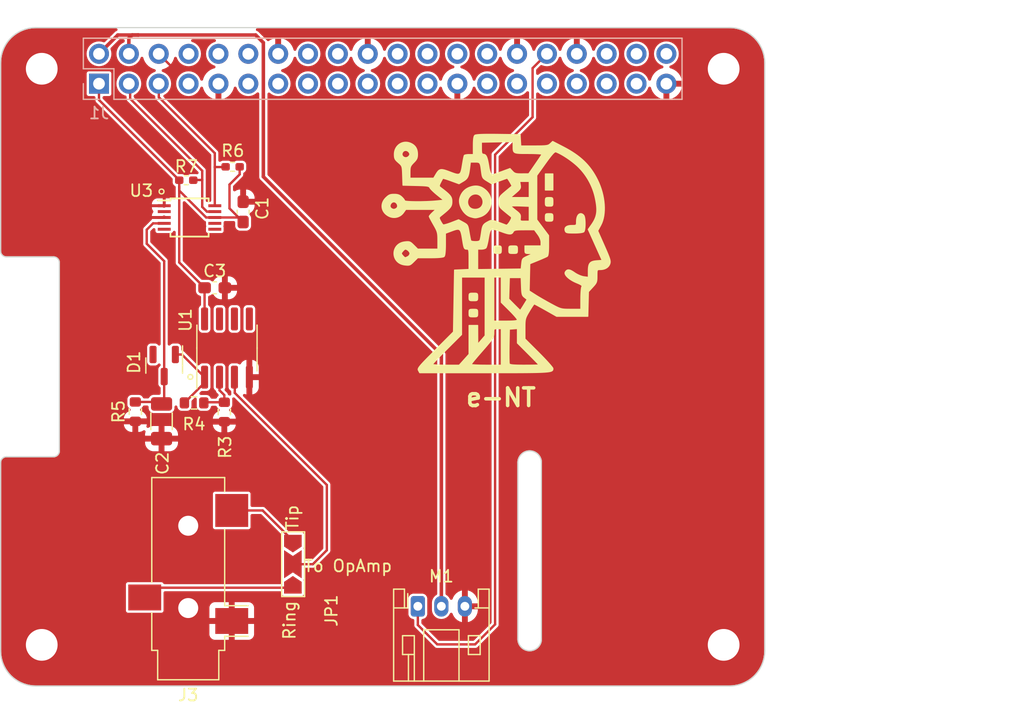
<source format=kicad_pcb>
(kicad_pcb (version 20221018) (generator pcbnew)
  (title_block (date "15 nov 2012"))
  (layers (0 "F.Cu" signal) (31 "B.Cu" signal) (34 "B.Paste" user) (35 "F.Paste" user) (36 "B.SilkS" user "B.Silkscreen") (37 "F.SilkS" user "F.Silkscreen") (38 "B.Mask" user) (39 "F.Mask" user) (44 "Edge.Cuts" user))
  (net 0 "")
  (net 1 "GND")
  (net 2 "/GPIO2{slash}SDA1")
  (net 3 "/GPIO3{slash}SCL1")
  (net 4 "/GPIO4{slash}GPCLK0")
  (net 5 "/GPIO14{slash}TXD0")
  (net 6 "/GPIO15{slash}RXD0")
  (net 7 "/GPIO17")
  (net 8 "/GPIO18{slash}PCM.CLK")
  (net 9 "/GPIO27")
  (net 10 "/GPIO22")
  (net 11 "/GPIO23")
  (net 12 "/GPIO24")
  (net 13 "/GPIO10{slash}SPI0.MOSI")
  (net 14 "/GPIO9{slash}SPI0.MISO")
  (net 15 "/GPIO25")
  (net 16 "/GPIO11{slash}SPI0.SCLK")
  (net 17 "/GPIO8{slash}SPI0.CE0")
  (net 18 "/GPIO7{slash}SPI0.CE1")
  (net 19 "/ID_SDA")
  (net 20 "/ID_SCL")
  (net 21 "/GPIO5")
  (net 22 "/GPIO6")
  (net 23 "/GPIO12{slash}PWM0")
  (net 24 "/GPIO13{slash}PWM1")
  (net 25 "/GPIO19{slash}PCM.FS")
  (net 26 "/GPIO16")
  (net 27 "/GPIO26")
  (net 28 "/GPIO20{slash}PCM.DIN")
  (net 29 "/GPIO21{slash}PCM.DOUT")
  (net 30 "+5V")
  (net 31 "+3V3")
  (net 32 "Net-(D1-A)")
  (net 33 "/ENVELOPE_OUT")
  (net 36 "Net-(U1A--)")
  (net 37 "Net-(JP1-C)")
  (net 38 "Net-(JP1-A)")
  (net 39 "Net-(JP1-B)")
  (footprint "MountingHole:MountingHole_2.7mm_M2.5" (layer "F.Cu") (at 161.5 47.5)
    (fp_text reference "MH2" hide)
    (fp_text value "MountingHole_2.7mm_M2.5" hide)
  )
  (footprint "Connector_JST:JST_PH_S3B-PH-K_1x03_P2.00mm_Horizontal" (layer "F.Cu") (at 135.49 93.22)
    (fp_text reference "M1")
    (fp_text value "Motor_Servo")
  )
  (footprint "Capacitor_SMD:C_0603_1608Metric_Pad1.08x0.95mm_HandSolder" (layer "F.Cu") (at 118.2125 66.13)
    (fp_text reference "C3")
    (fp_text value "0.1uF")
  )
  (footprint "Package_TO_SOT_SMD:SOT-23" (layer "F.Cu") (at 113.915 72.7425 -90)
    (fp_text reference "D1")
    (fp_text value "BAR43FILM")
  )
  (footprint "Package_SO:TSSOP-10_3x3mm_P0.5mm" (layer "F.Cu") (at 116.07 60.15)
    (fp_text reference "U3")
    (fp_text value "ADS1115IDGS")
  )
  (footprint "Resistor_SMD:R_0603_1608Metric" (layer "F.Cu") (at 111.46 76.665 90)
    (fp_text reference "R5")
    (fp_text value "3k")
  )
  (footprint "MountingHole:MountingHole_2.7mm_M2.5" (layer "F.Cu") (at 103.5 96.5)
    (fp_text reference "MH3" hide)
    (fp_text value "MountingHole_2.7mm_M2.5" hide)
  )
  (footprint "Jumper:SolderJumper-3_P2.0mm_Open_TrianglePad1.0x1.5mm_NumberLabels" (layer "F.Cu") (at 124.86 89.64 -90)
    (fp_text reference "JP1")
    (fp_text value "SolderJumper_3_Open")
  )
  (footprint "MountingHole:MountingHole_2.7mm_M2.5" (layer "F.Cu") (at 103.5 47.5)
    (fp_text reference "MH1" hide)
    (fp_text value "MountingHole_2.7mm_M2.5" hide)
  )
  (footprint "Capacitor_SMD:C_0603_1608Metric_Pad1.08x0.95mm_HandSolder" (layer "F.Cu") (at 120.63 59.6725 90)
    (fp_text reference "C1")
    (fp_text value "0.1uF")
  )
  (footprint "Resistor_SMD:R_0402_1005Metric_Pad0.72x0.64mm_HandSolder" (layer "F.Cu") (at 115.7925 56.98)
    (fp_text reference "R7")
    (fp_text value "R_Small")
  )
  (footprint "Package_SO:SOIC-8_3.9x4.9mm_P1.27mm" (layer "F.Cu") (at 119.255 71.255 90)
    (fp_text reference "U1")
    (fp_text value "TLV2372")
  )
  (footprint "Connector_Audio:Jack_3.5mm_CUI_SJ-3523-SMT_Horizontal" (layer "F.Cu") (at 115.96 90.87 180)
    (fp_text reference "J3")
    (fp_text value "AudioJack3")
  )
  (footprint "MountingHole:MountingHole_2.7mm_M2.5" (layer "F.Cu") (at 161.5 96.5)
    (fp_text reference "MH4" hide)
    (fp_text value "MountingHole_2.7mm_M2.5" hide)
  )
  (footprint "Capacitor_SMD:C_1206_3216Metric" (layer "F.Cu") (at 113.69 77.485 -90)
    (fp_text reference "C2")
    (fp_text value "47uF")
  )
  (footprint "Resistor_SMD:R_0402_1005Metric_Pad0.72x0.64mm_HandSolder" (layer "F.Cu") (at 119.7375 55.84 180)
    (fp_text reference "R6")
    (fp_text value "R_Small")
  )
  (footprint "Resistor_SMD:R_0603_1608Metric" (layer "F.Cu") (at 119.03 76.69 90)
    (fp_text reference "R3")
    (fp_text value "5k")
  )
  (footprint "Resistor_SMD:R_0603_1608Metric" (layer "F.Cu") (at 116.46 75.92)
    (fp_text reference "R4")
    (fp_text value "25k")
  )
  (footprint "Connector_PinSocket_2.54mm:PinSocket_2x20_P2.54mm_Vertical" (layer "B.Cu") (at 108.37 48.77 -90)
    (fp_text reference "J1")
    (fp_text value "GPIO")
  )
  (gr_poly (pts (xy 140.33 67.961094) (xy 140.378094 67.962935) (xy 140.419519 67.966264) (xy 140.437885 67.968622) (xy 140.454771 67.971515) (xy 140.470239 67.974996) (xy 140.484349 67.97912) (xy 140.497166 67.983941) (xy 140.50875 67.989513) (xy 140.519164 67.995891) (xy 140.528471 68.003129) (xy 140.536732 68.01128) (xy 140.544009 68.0204) (xy 140.550365 68.030541) (xy 140.555862 68.041759) (xy 140.560562 68.054108) (xy 140.564527 68.067641) (xy 140.567819 68.082413) (xy 140.570501 68.098479) (xy 140.574282 68.134706) (xy 140.576367 68.176755) (xy 140.577253 68.225061) (xy 140.577438 68.280057) (xy 140.577253 68.335115) (xy 140.576367 68.383468) (xy 140.574283 68.42555) (xy 140.570502 68.461796) (xy 140.567821 68.477867) (xy 140.564529 68.492642) (xy 140.560564 68.506175) (xy 140.555864 68.518522) (xy 140.550367 68.529736) (xy 140.544012 68.539872) (xy 140.536735 68.548985) (xy 140.528474 68.557128) (xy 140.519168 68.564356) (xy 140.508753 68.570723) (xy 140.497169 68.576285) (xy 140.484353 68.581094) (xy 140.470242 68.585207) (xy 140.454775 68.588676) (xy 140.437889 68.591557) (xy 140.419522 68.593903) (xy 140.378097 68.597211) (xy 140.330002 68.599035) (xy 140.274741 68.599811) (xy 140.211815 68.599973) (xy 140.09363 68.59902) (xy 140.045536 68.597179) (xy 140.004112 68.59385) (xy 139.985745 68.591492) (xy 139.968859 68.588599) (xy 139.953392 68.585118) (xy 139.939281 68.580994) (xy 139.926464 68.576173) (xy 139.91488 68.5706) (xy 139.904466 68.564222) (xy 139.895159 68.556985) (xy 139.886898 68.548833) (xy 139.879621 68.539714) (xy 139.873265 68.529572) (xy 139.867768 68.518354) (xy 139.863068 68.506006) (xy 139.859103 68.492473) (xy 139.855811 68.4777) (xy 139.853129 68.461635) (xy 139.849348 68.425408) (xy 139.847263 68.383358) (xy 139.846377 68.335053) (xy 139.846192 68.280057) (xy 139.846377 68.224996) (xy 139.847263 68.176641) (xy 139.849347 68.134558) (xy 139.853128 68.098311) (xy 139.855809 68.08224) (xy 139.859102 68.067465) (xy 139.863066 68.053932) (xy 139.867766 68.041585) (xy 139.873263 68.030371) (xy 139.879618 68.020235) (xy 139.886896 68.011123) (xy 139.895156 68.00298) (xy 139.904463 67.995752) (xy 139.914877 67.989385) (xy 139.926461 67.983824) (xy 139.939278 67.979015) (xy 139.953388 67.974903) (xy 139.968856 67.971435) (xy 139.985742 67.968554) (xy 140.004108 67.966208) (xy 140.045534 67.962901) (xy 140.093628 67.961078) (xy 140.14889 67.960303) (xy 140.211815 67.960141)) (stroke (width 0.091405)) (fill solid) (layer "F.SilkS"))
  (gr_circle (center 113.69 57.94) (end 113.83 58.09) (stroke (width 0.12)) (fill none) (layer "F.SilkS"))
  (gr_poly (pts (xy 143.712004 62.568165) (xy 143.760098 62.570006) (xy 143.801522 62.573335) (xy 143.819889 62.575693) (xy 143.836775 62.578585) (xy 143.852242 62.582067) (xy 143.866353 62.586191) (xy 143.87917 62.591012) (xy 143.890754 62.596584) (xy 143.901168 62.602962) (xy 143.910475 62.6102) (xy 143.918736 62.618351) (xy 143.926013 62.627471) (xy 143.932369 62.637612) (xy 143.937866 62.64883) (xy 143.942566 62.661179) (xy 143.946531 62.674712) (xy 143.949823 62.689484) (xy 143.952505 62.70555) (xy 143.956286 62.741777) (xy 143.958371 62.783826) (xy 143.959257 62.832132) (xy 143.959442 62.887128) (xy 143.959257 62.942189) (xy 143.958371 62.990543) (xy 143.956287 63.032626) (xy 143.952506 63.068873) (xy 143.949824 63.084944) (xy 143.946532 63.099719) (xy 143.942568 63.113253) (xy 143.937868 63.1256) (xy 143.932371 63.136814) (xy 143.926015 63.14695) (xy 143.918738 63.156062) (xy 143.910478 63.164204) (xy 143.901171 63.171432) (xy 143.890757 63.177799) (xy 143.879173 63.18336) (xy 143.866356 63.188169) (xy 143.852246 63.192281) (xy 143.836778 63.19575) (xy 143.819892 63.19863) (xy 143.801525 63.200976) (xy 143.7601 63.204284) (xy 143.712006 63.206107) (xy 143.656744 63.206882) (xy 143.593819 63.207044) (xy 143.475634 63.206091) (xy 143.42754 63.20425) (xy 143.386115 63.20092) (xy 143.367748 63.198563) (xy 143.350862 63.19567) (xy 143.335395 63.192189) (xy 143.321284 63.188065) (xy 143.308468 63.183244) (xy 143.296883 63.177671) (xy 143.286469 63.171293) (xy 143.277162 63.164056) (xy 143.268902 63.155904) (xy 143.261624 63.146785) (xy 143.255268 63.136643) (xy 143.249771 63.125425) (xy 143.245071 63.113077) (xy 143.241106 63.099544) (xy 143.237814 63.084771) (xy 143.235132 63.068706) (xy 143.231351 63.032479) (xy 143.229266 62.990429) (xy 143.22838 62.942123) (xy 143.228195 62.887128) (xy 143.22838 62.832069) (xy 143.229266 62.783717) (xy 143.231351 62.741635) (xy 143.235131 62.705389) (xy 143.237813 62.689318) (xy 143.241105 62.674543) (xy 143.24507 62.661009) (xy 143.249769 62.648662) (xy 143.255266 62.637448) (xy 143.261622 62.627312) (xy 143.268899 62.6182) (xy 143.27716 62.610057) (xy 143.286466 62.602829) (xy 143.29688 62.596461) (xy 143.308464 62.5909) (xy 143.321281 62.58609) (xy 143.335392 62.581978) (xy 143.350859 62.578509) (xy 143.367745 62.575628) (xy 143.386112 62.573281) (xy 143.427537 62.569973) (xy 143.475631 62.568149) (xy 143.530893 62.567374) (xy 143.593819 62.567212)) (stroke (width 0.091405)) (fill solid) (layer "F.SilkS"))
  (gr_poly (pts (xy 140.527576 57.480326) (xy 140.613396 57.491864) (xy 140.69792 57.510096) (xy 140.781272 57.535044) (xy 140.863575 57.566729) (xy 140.944951 57.605173) (xy 141.025524 57.650396) (xy 141.105418 57.702421) (xy 141.184754 57.76127) (xy 141.263657 57.826962) (xy 141.334733 57.893827) (xy 141.399543 57.963877) (xy 141.458153 58.03682) (xy 141.510627 58.112364) (xy 141.55703 58.19022) (xy 141.597429 58.270094) (xy 141.631888 58.351696) (xy 141.660472 58.434735) (xy 141.683248 58.518918) (xy 141.700279 58.603956) (xy 141.711633 58.689556) (xy 141.717373 58.775426) (xy 141.717565 58.861277) (xy 141.712274 58.946815) (xy 141.701566 59.031751) (xy 141.685507 59.115792) (xy 141.66416 59.198648) (xy 141.637593 59.280026) (xy 141.605869 59.359635) (xy 141.569054 59.437185) (xy 141.527214 59.512384) (xy 141.480414 59.58494) (xy 141.428719 59.654561) (xy 141.372194 59.720958) (xy 141.310905 59.783838) (xy 141.244917 59.84291) (xy 141.174295 59.897882) (xy 141.099105 59.948464) (xy 141.019412 59.994364) (xy 140.935281 60.03529) (xy 140.846778 60.070951) (xy 140.753967 60.101056) (xy 140.633191 60.134787) (xy 140.581668 60.147985) (xy 140.534739 60.158721) (xy 140.491412 60.166982) (xy 140.450699 60.172754) (xy 140.41161 60.176025) (xy 140.373158 60.176782) (xy 140.334352 60.175011) (xy 140.294204 60.1707) (xy 140.251724 60.163835) (xy 140.205924 60.154404) (xy 140.155814 60.142394) (xy 140.100405 60.127791) (xy 139.969735 60.090756) (xy 139.969735 60.090802) (xy 139.91617 60.073275) (xy 139.863222 60.052001) (xy 139.810991 60.027152) (xy 139.759577 59.9989) (xy 139.70908 59.967417) (xy 139.659599 59.932874) (xy 139.611235 59.895442) (xy 139.564088 59.855294) (xy 139.518257 59.812601) (xy 139.473842 59.767535) (xy 139.430944 59.720267) (xy 139.389662 59.67097) (xy 139.350096 59.619814) (xy 139.312346 59.566972) (xy 139.276512 59.512614) (xy 139.242693 59.456914) (xy 139.210991 59.400042) (xy 139.181504 59.34217) (xy 139.154333 59.283469) (xy 139.129577 59.224112) (xy 139.107337 59.164271) (xy 139.087712 59.104115) (xy 139.070803 59.043819) (xy 139.056709 58.983552) (xy 139.045529 58.923487) (xy 139.037365 58.863795) (xy 139.034083 58.825353) (xy 139.722047 58.825353) (xy 139.722661 58.872495) (xy 139.726673 58.919639) (xy 139.734164 58.966605) (xy 139.745214 59.013216) (xy 139.759906 59.059293) (xy 139.77832 59.104658) (xy 139.800537 59.149133) (xy 139.82664 59.192539) (xy 139.856708 59.234699) (xy 139.890824 59.275433) (xy 139.912221 59.297482) (xy 139.935157 59.318112) (xy 139.959533 59.337322) (xy 139.985251 59.355113) (xy 140.012212 59.371485) (xy 140.040319 59.386438) (xy 140.069473 59.39997) (xy 140.099577 59.412083) (xy 140.130532 59.422776) (xy 140.162239 59.432048) (xy 140.194602 59.439901) (xy 140.227521 59.446333) (xy 140.260899 59.451344) (xy 140.294637 59.454934) (xy 140.362802 59.457852) (xy 140.43123 59.455085) (xy 140.465298 59.45157) (xy 140.499137 59.446633) (xy 140.532649 59.440273) (xy 140.565737 59.432492) (xy 140.598302 59.423289) (xy 140.630245 59.412664) (xy 140.661469 59.400616) (xy 140.691876 59.387146) (xy 140.721367 59.372252) (xy 140.749845 59.355936) (xy 140.77721 59.338197) (xy 140.803366 59.319035) (xy 140.828213 59.29845) (xy 140.851654 59.276441) (xy 140.851654 59.276608) (xy 140.886784 59.23853) (xy 140.917968 59.198682) (xy 140.945285 59.157261) (xy 140.968812 59.114461) (xy 140.988626 59.070478) (xy 141.004806 59.025507) (xy 141.017428 58.979743) (xy 141.02657 58.933382) (xy 141.03231 58.886619) (xy 141.034726 58.839649) (xy 141.033894 58.792668) (xy 141.029894 58.745871) (xy 141.022801 58.699453) (xy 141.012694 58.653609) (xy 140.999651 58.608535) (xy 140.983748 58.564425) (xy 140.965064 58.521476) (xy 140.943677 58.479883) (xy 140.919663 58.439841) (xy 140.8931 58.401544) (xy 140.864066 58.365189) (xy 140.832638 58.330971) (xy 140.798895 58.299085) (xy 140.762913 58.269726) (xy 140.72477 58.24309) (xy 140.684544 58.219372) (xy 140.642313 58.198767) (xy 140.598153 58.18147) (xy 140.552143 58.167677) (xy 140.50436 58.157583) (xy 140.454882 58.151384) (xy 140.403786 58.149274) (xy 140.350196 58.151295) (xy 140.298217 58.157238) (xy 140.247931 58.166926) (xy 140.199418 58.18018) (xy 140.15276 58.196822) (xy 140.108038 58.216673) (xy 140.065333 58.239556) (xy 140.024727 58.265292) (xy 139.986301 58.293703) (xy 139.950135 58.324611) (xy 139.916311 58.357836) (xy 139.884911 58.393202) (xy 139.856015 58.43053) (xy 139.829704 58.469642) (xy 139.806061 58.510359) (xy 139.785165 58.552503) (xy 139.767099 58.595895) (xy 139.751943 58.640359) (xy 139.739779 58.685714) (xy 139.730687 58.731784) (xy 139.72475 58.77839) (xy 139.722047 58.825353) (xy 139.034083 58.825353) (xy 139.032316 58.804649) (xy 139.030481 58.746219) (xy 139.031961 58.688677) (xy 139.036856 58.632195) (xy 139.045266 58.576945) (xy 139.05729 58.523099) (xy 139.081184 58.440804) (xy 139.109136 58.361227) (xy 139.141063 58.284461) (xy 139.176882 58.210601) (xy 139.216511 58.13974) (xy 139.259867 58.071974) (xy 139.306867 58.007395) (xy 139.357428 57.946099) (xy 139.411468 57.888179) (xy 139.468904 57.83373) (xy 139.529654 57.782845) (xy 139.593635 57.735619) (xy 139.660763 57.692147) (xy 139.730958 57.652521) (xy 139.804134 57.616836) (xy 139.880211 57.585187) (xy 139.978549 57.550469) (xy 140.074729 57.522294) (xy 140.168875 57.500684) (xy 140.261109 57.485661) (xy 140.351556 57.477246) (xy 140.440337 57.47546)) (stroke (width 0.091405)) (fill solid) (layer "F.SilkS"))
  (gr_poly (pts (xy 142.322236 62.567457) (xy 142.369658 62.56846) (xy 142.411099 62.570623) (xy 142.446961 62.574348) (xy 142.462925 62.576921) (xy 142.477645 62.580036) (xy 142.491172 62.583742) (xy 142.503554 62.58809) (xy 142.514843 62.593129) (xy 142.525089 62.598911) (xy 142.534342 62.605484) (xy 142.542652 62.612901) (xy 142.550069 62.62121) (xy 142.556644 62.630461) (xy 142.562427 62.640707) (xy 142.567468 62.651995) (xy 142.571817 62.664377) (xy 142.575524 62.677903) (xy 142.57864 62.692624) (xy 142.581215 62.708588) (xy 142.584941 62.744451) (xy 142.587106 62.785894) (xy 142.58811 62.833319) (xy 142.588356 62.887128) (xy 142.58811 62.940932) (xy 142.587106 62.988353) (xy 142.584941 63.029793) (xy 142.581214 63.065655) (xy 142.578639 63.081619) (xy 142.575522 63.096339) (xy 142.571815 63.109865) (xy 142.567466 63.122247) (xy 142.562425 63.133536) (xy 142.556642 63.143781) (xy 142.550067 63.153034) (xy 142.542649 63.161343) (xy 142.534339 63.16876) (xy 142.525086 63.175335) (xy 142.51484 63.181117) (xy 142.503551 63.186158) (xy 142.491168 63.190506) (xy 142.477642 63.194213) (xy 142.462922 63.197329) (xy 142.446957 63.199903) (xy 142.411096 63.20363) (xy 142.369656 63.205794) (xy 142.322235 63.206798) (xy 142.268433 63.207044) (xy 142.214629 63.206798) (xy 142.167208 63.205795) (xy 142.125767 63.203632) (xy 142.089906 63.199908) (xy 142.073942 63.197334) (xy 142.059222 63.194219) (xy 142.045696 63.190513) (xy 142.033313 63.186166) (xy 142.022025 63.181126) (xy 142.011779 63.175345) (xy 142.002526 63.168771) (xy 141.994217 63.161355) (xy 141.9868 63.153046) (xy 141.980225 63.143794) (xy 141.974443 63.133549) (xy 141.969403 63.12226) (xy 141.965054 63.109878) (xy 141.961347 63.096352) (xy 141.958231 63.081632) (xy 141.955657 63.065668) (xy 141.951931 63.029805) (xy 141.949766 62.988362) (xy 141.948762 62.940937) (xy 141.948517 62.887128) (xy 141.948762 62.833324) (xy 141.949766 62.785903) (xy 141.951931 62.744462) (xy 141.955657 62.708601) (xy 141.958231 62.692637) (xy 141.961347 62.677917) (xy 141.965054 62.664391) (xy 141.969403 62.652009) (xy 141.974443 62.64072) (xy 141.980225 62.630474) (xy 141.9868 62.621222) (xy 141.994217 62.612912) (xy 142.002526 62.605495) (xy 142.011779 62.598921) (xy 142.022025 62.593138) (xy 142.033313 62.588098) (xy 142.045696 62.583749) (xy 142.059222 62.580042) (xy 142.073942 62.576927) (xy 142.089906 62.574352) (xy 142.125767 62.570626) (xy 142.167208 62.568461) (xy 142.214629 62.567457) (xy 142.268433 62.567212)) (stroke (width 0.091405)) (fill solid) (layer "F.SilkS"))
  (gr_circle (center 116.14 73.71) (end 116.22 73.9) (stroke (width 0.12)) (fill none) (layer "F.SilkS"))
  (gr_poly (pts (xy 149.361542 59.825271) (xy 149.370836 59.825957) (xy 149.38974 59.82865) (xy 149.40895 59.833027) (xy 149.428328 59.838997) (xy 149.447735 59.846469) (xy 149.467032 59.855353) (xy 149.48608 59.865558) (xy 149.50474 59.876992) (xy 149.522873 59.889566) (xy 149.54034 59.903187) (xy 149.557002 59.917767) (xy 149.572721 59.933212) (xy 149.587358 59.949434) (xy 149.600772 59.96634) (xy 149.612827 59.98384) (xy 149.623382 60.001843) (xy 149.646151 60.055732) (xy 149.665639 60.124588) (xy 149.681872 60.206093) (xy 149.694874 60.297924) (xy 149.704672 60.397762) (xy 149.711291 60.503285) (xy 149.714758 60.612173) (xy 149.715097 60.722106) (xy 149.712335 60.830762) (xy 149.706498 60.93582) (xy 149.69761 61.034961) (xy 149.685698 61.125863) (xy 149.670787 61.206205) (xy 149.652904 61.273668) (xy 149.632073 61.325929) (xy 149.620561 61.345634) (xy 149.608321 61.360669) (xy 149.601351 61.366826) (xy 149.59291 61.372844) (xy 149.583025 61.37872) (xy 149.571723 61.384448) (xy 149.544979 61.395451) (xy 149.5129 61.405824) (xy 149.475705 61.415537) (xy 149.433613 61.42456) (xy 149.386846 61.432864) (xy 149.335623 61.440419) (xy 149.280164 61.447196) (xy 149.220689 61.453166) (xy 149.157418 61.458298) (xy 149.090572 61.462563) (xy 149.02037 61.465932) (xy 148.947033 61.468375) (xy 148.87078 61.469862) (xy 148.791831 61.470364) (xy 148.57962 61.469186) (xy 148.412935 61.464654) (xy 148.34475 61.460662) (xy 148.285648 61.455271) (xy 148.234862 61.448291) (xy 148.191627 61.439538) (xy 148.155176 61.428823) (xy 148.124744 61.415959) (xy 148.099562 61.400759) (xy 148.078866 61.383036) (xy 148.06189 61.362603) (xy 148.047866 61.339272) (xy 148.036029 61.312857) (xy 148.025612 61.28317) (xy 148.025612 61.283139) (xy 148.017893 61.256465) (xy 148.011894 61.230525) (xy 148.007606 61.205328) (xy 148.00502 61.180881) (xy 148.004126 61.157191) (xy 148.004916 61.134266) (xy 148.00738 61.112112) (xy 148.011509 61.090737) (xy 148.017295 61.070148) (xy 148.024728 61.050353) (xy 148.033799 61.03136) (xy 148.044499 61.013174) (xy 148.056819 60.995805) (xy 148.07075 60.979258) (xy 148.086283 60.963541) (xy 148.103409 60.948663) (xy 148.122118 60.934629) (xy 148.142402 60.921447) (xy 148.164251 60.909126) (xy 148.187657 60.897671) (xy 148.21261 60.88709) (xy 148.239101 60.877391) (xy 148.267122 60.868581) (xy 148.296663 60.860668) (xy 148.327714 60.853657) (xy 148.360268 60.847558) (xy 148.394315 60.842377) (xy 148.429845 60.838122) (xy 148.46685 60.834799) (xy 148.505321 60.832417) (xy 148.545248 60.830982) (xy 148.586623 60.830502) (xy 148.718019 60.829784) (xy 148.771255 60.828183) (xy 148.816951 60.825129) (xy 148.855683 60.820153) (xy 148.872618 60.816799) (xy 148.888027 60.812788) (xy 148.901983 60.808062) (xy 148.914557 60.802563) (xy 148.925823 60.796233) (xy 148.935851 60.789012) (xy 148.944714 60.780842) (xy 148.952483 60.771664) (xy 148.959231 60.76142) (xy 148.96503 60.750052) (xy 148.969951 60.7375) (xy 148.974067 60.723706) (xy 148.977449 60.708612) (xy 148.98017 60.692158) (xy 148.983914 60.65494) (xy 148.985876 60.611582) (xy 148.986754 60.504575) (xy 148.988397 60.428263) (xy 148.993267 60.355719) (xy 149.00128 60.287104) (xy 149.012349 60.222575) (xy 149.026389 60.162294) (xy 149.043313 60.106418) (xy 149.063037 60.055107) (xy 149.085475 60.008521) (xy 149.11054 59.966819) (xy 149.138148 59.93016) (xy 149.168212 59.898704) (xy 149.184138 59.884977) (xy 149.200647 59.87261) (xy 149.217726 59.861623) (xy 149.235366 59.852037) (xy 149.253556 59.843871) (xy 149.272285 59.837145) (xy 149.291543 59.831879) (xy 149.311318 59.828093) (xy 149.3316 59.825806) (xy 149.352378 59.82504)) (stroke (width 0.091405)) (fill solid) (layer "F.SilkS"))
  (gr_poly (pts (xy 146.71098 58.454149) (xy 146.759333 58.455045) (xy 146.801415 58.457143) (xy 146.837661 58.46094) (xy 146.853732 58.463631) (xy 146.868507 58.466932) (xy 146.88204 58.470907) (xy 146.894387 58.475616) (xy 146.905601 58.481121) (xy 146.915737 58.487486) (xy 146.92485 58.494771) (xy 146.932993 58.503039) (xy 146.940221 58.512352) (xy 146.946588 58.522772) (xy 146.95215 58.53436) (xy 146.956959 58.547179) (xy 146.961072 58.561291) (xy 146.964541 58.576758) (xy 146.967422 58.593641) (xy 146.969768 58.612003) (xy 146.973076 58.653412) (xy 146.974901 58.70148) (xy 146.975676 58.756703) (xy 146.975838 58.819577) (xy 146.974901 58.937762) (xy 146.973078 58.985855) (xy 146.96977 59.027279) (xy 146.967424 59.045646) (xy 146.964544 59.062532) (xy 146.961075 59.077999) (xy 146.956963 59.092109) (xy 146.952154 59.104925) (xy 146.946593 59.116509) (xy 146.940226 59.126923) (xy 146.932999 59.136229) (xy 146.924856 59.14449) (xy 146.915744 59.151767) (xy 146.905608 59.158123) (xy 146.894394 59.163619) (xy 146.882047 59.168319) (xy 146.868513 59.172283) (xy 146.853738 59.175576) (xy 146.837667 59.178257) (xy 146.80142 59.182038) (xy 146.759337 59.184122) (xy 146.710983 59.185008) (xy 146.655922 59.185193) (xy 146.600862 59.185005) (xy 146.552508 59.18411) (xy 146.510425 59.182011) (xy 146.474178 59.178214) (xy 146.458107 59.175523) (xy 146.443332 59.172222) (xy 146.429798 59.168248) (xy 146.417451 59.163539) (xy 146.406236 59.158033) (xy 146.3961 59.151668) (xy 146.386987 59.144383) (xy 146.378844 59.136115) (xy 146.371616 59.126802) (xy 146.365248 59.116383) (xy 146.359687 59.104794) (xy 146.354877 59.091975) (xy 146.350765 59.077863) (xy 146.347295 59.062396) (xy 146.344415 59.045513) (xy 146.342068 59.027151) (xy 146.33876 58.985742) (xy 146.336936 58.937674) (xy 146.33616 58.882451) (xy 146.335998 58.819577) (xy 146.336935 58.701392) (xy 146.338759 58.653299) (xy 146.342066 58.611875) (xy 146.344412 58.593508) (xy 146.347292 58.576623) (xy 146.350761 58.561156) (xy 146.354873 58.547045) (xy 146.359682 58.534229) (xy 146.365243 58.522645) (xy 146.371611 58.512231) (xy 146.378838 58.502925) (xy 146.386981 58.494664) (xy 146.396094 58.487387) (xy 146.40623 58.481032) (xy 146.417444 58.475535) (xy 146.429791 58.470836) (xy 146.443325 58.466871) (xy 146.458101 58.463579) (xy 146.474172 58.460897) (xy 146.51042 58.457117) (xy 146.552504 58.455032) (xy 146.600859 58.454146) (xy 146.655922 58.453961)) (stroke (width 0.091405)) (fill solid) (layer "F.SilkS"))
  (gr_poly (pts (xy 140.33 66.59) (xy 140.378094 66.591841) (xy 140.419519 66.59517) (xy 140.437885 66.597528) (xy 140.454771 66.600421) (xy 140.470239 66.603902) (xy 140.484349 66.608026) (xy 140.497166 66.612847) (xy 140.50875 66.61842) (xy 140.519164 66.624798) (xy 140.528471 66.632035) (xy 140.536732 66.640187) (xy 140.544009 66.649306) (xy 140.550365 66.659447) (xy 140.555862 66.670665) (xy 140.560562 66.683014) (xy 140.564527 66.696547) (xy 140.567819 66.71132) (xy 140.570501 66.727385) (xy 140.574282 66.763612) (xy 140.576367 66.805662) (xy 140.577253 66.853967) (xy 140.577438 66.908963) (xy 140.577253 66.964022) (xy 140.576367 67.012374) (xy 140.574283 67.054456) (xy 140.570502 67.090702) (xy 140.567821 67.106773) (xy 140.564529 67.121548) (xy 140.560564 67.135082) (xy 140.555864 67.147428) (xy 140.550367 67.158643) (xy 140.544012 67.168779) (xy 140.536735 67.177891) (xy 140.528474 67.186034) (xy 140.519168 67.193262) (xy 140.508753 67.19963) (xy 140.497169 67.205191) (xy 140.484353 67.210001) (xy 140.470242 67.214113) (xy 140.454775 67.217582) (xy 140.437889 67.220463) (xy 140.419522 67.222809) (xy 140.378097 67.226118) (xy 140.330002 67.227942) (xy 140.274741 67.228717) (xy 140.211815 67.228879) (xy 140.09363 67.227926) (xy 140.045536 67.226085) (xy 140.004112 67.222756) (xy 139.985745 67.220398) (xy 139.968859 67.217505) (xy 139.953392 67.214024) (xy 139.939281 67.2099) (xy 139.926464 67.205079) (xy 139.91488 67.199506) (xy 139.904466 67.193129) (xy 139.895159 67.185891) (xy 139.886898 67.17774) (xy 139.879621 67.16862) (xy 139.873265 67.158479) (xy 139.867768 67.147261) (xy 139.863068 67.134912) (xy 139.859103 67.121379) (xy 139.855811 67.106607) (xy 139.853129 67.090541) (xy 139.849348 67.054314) (xy 139.847263 67.012265) (xy 139.846377 66.963959) (xy 139.846192 66.908963) (xy 139.846377 66.853905) (xy 139.847263 66.805552) (xy 139.849347 66.76347) (xy 139.853128 66.727224) (xy 139.855809 66.711153) (xy 139.859102 66.696378) (xy 139.863066 66.682845) (xy 139.867766 66.670498) (xy 139.873263 66.659284) (xy 139.879618 66.649147) (xy 139.886896 66.640035) (xy 139.895156 66.631892) (xy 139.904463 66.624664) (xy 139.914877 66.618296) (xy 139.926461 66.612735) (xy 139.939278 66.607926) (xy 139.953388 66.603813) (xy 139.968856 66.600344) (xy 139.985742 66.597463) (xy 140.004108 66.595117) (xy 140.045534 66.591809) (xy 140.093628 66.589984) (xy 140.14889 66.589209) (xy 140.211815 66.589047)) (stroke (width 0.091405)) (fill solid) (layer "F.SilkS"))
  (gr_poly (pts (xy 141.871819 53.077339) (xy 142.325844 53.081868) (xy 144.187973 53.106671) (xy 144.215614 53.586553) (xy 144.243256 54.066434) (xy 145.39801 54.066434) (xy 145.748997 54.065318) (xy 146.025407 54.060904) (xy 146.238639 54.051588) (xy 146.325126 54.044591) (xy 146.400094 54.035767) (xy 146.464967 54.024917) (xy 146.52117 54.01184) (xy 146.570128 53.996336) (xy 146.613267 53.978204) (xy 146.65201 53.957244) (xy 146.687783 53.933256) (xy 146.722011 53.906039) (xy 146.756119 53.875394) (xy 146.959465 53.684354) (xy 147.858871 54.147527) (xy 148.125 54.289023) (xy 148.37716 54.432397) (xy 148.615941 54.578217) (xy 148.841933 54.727051) (xy 149.055725 54.879469) (xy 149.257907 55.036038) (xy 149.449068 55.197326) (xy 149.629798 55.363903) (xy 149.800687 55.536336) (xy 149.962323 55.715194) (xy 150.115297 55.901045) (xy 150.260199 56.094457) (xy 150.397616 56.296) (xy 150.52814 56.506241) (xy 150.65236 56.725748) (xy 150.770865 56.95509) (xy 150.887968 57.207996) (xy 150.992215 57.465899) (xy 151.083507 57.727387) (xy 151.161743 57.991047) (xy 151.226823 58.255468) (xy 151.278645 58.519236) (xy 151.317109 58.78094) (xy 151.342114 59.039166) (xy 151.353561 59.292503) (xy 151.351347 59.539539) (xy 151.335372 59.778859) (xy 151.305537 60.009054) (xy 151.261739 60.228709) (xy 151.203879 60.436412) (xy 151.131856 60.630752) (xy 151.045569 60.810315) (xy 150.786735 61.285886) (xy 151.348395 62.555203) (xy 151.514855 62.934611) (xy 151.643208 63.236856) (xy 151.737057 63.473858) (xy 151.772171 63.571616) (xy 151.800011 63.657533) (xy 151.821028 63.733097) (xy 151.835673 63.799798) (xy 151.844397 63.859127) (xy 151.84765 63.912573) (xy 151.845883 63.961625) (xy 151.839547 64.007773) (xy 151.829093 64.052508) (xy 151.814971 64.097318) (xy 151.804512 64.125285) (xy 151.7929 64.152518) (xy 151.780151 64.179007) (xy 151.766282 64.204742) (xy 151.751312 64.229712) (xy 151.735257 64.253907) (xy 151.718134 64.277318) (xy 151.699961 64.299934) (xy 151.680755 64.321745) (xy 151.660533 64.342742) (xy 151.639312 64.362913) (xy 151.617109 64.38225) (xy 151.593942 64.400741) (xy 151.569828 64.418378) (xy 151.544783 64.435149) (xy 151.518826 64.451045) (xy 151.491974 64.466055) (xy 151.464243 64.480171) (xy 151.435651 64.49338) (xy 151.406215 64.505674) (xy 151.375953 64.517043) (xy 151.34488 64.527475) (xy 151.313016 64.536962) (xy 151.280377 64.545493) (xy 151.246979 64.553058) (xy 151.212841 64.559647) (xy 151.17798 64.565251) (xy 151.142412 64.569857) (xy 151.106155 64.573458) (xy 151.069226 64.576042) (xy 151.031643 64.5776) (xy 150.993422 64.578122) (xy 150.946049 64.578278) (xy 150.904571 64.579279) (xy 150.88592 64.580345) (xy 150.868596 64.581922) (xy 150.85255 64.584108) (xy 150.837733 64.587004) (xy 150.824096 64.59071) (xy 150.81159 64.595324) (xy 150.800166 64.600947) (xy 150.789775 64.607678) (xy 150.780368 64.615617) (xy 150.771897 64.624865) (xy 150.764312 64.635519) (xy 150.757564 64.647681) (xy 150.751604 64.66145) (xy 150.746383 64.676925) (xy 150.741853 64.694207) (xy 150.737965 64.713394) (xy 150.734669 64.734587) (xy 150.731916 64.757886) (xy 150.729658 64.783389) (xy 150.727845 64.811197) (xy 150.725361 64.874127) (xy 150.724071 64.947472) (xy 150.72351 65.128598) (xy 150.721827 65.301759) (xy 150.719083 65.375207) (xy 150.714503 65.441382) (xy 150.707659 65.501394) (xy 150.698126 65.556353) (xy 150.685477 65.607369) (xy 150.669285 65.655553) (xy 150.649123 65.702015) (xy 150.624566 65.747867) (xy 150.595187 65.794217) (xy 150.560559 65.842177) (xy 150.520256 65.892858) (xy 150.473851 65.947369) (xy 150.36103 66.072324) (xy 149.998549 66.465558) (xy 149.972571 67.509915) (xy 149.946593 68.554273) (xy 147.29583 68.554273) (xy 146.368088 68.028684) (xy 146.003853 67.824614) (xy 145.697948 67.657498) (xy 145.48248 67.544581) (xy 145.418694 67.513837) (xy 145.389557 67.50311) (xy 145.386469 67.503924) (xy 145.382463 67.506338) (xy 145.377566 67.510314) (xy 145.371805 67.515811) (xy 145.357799 67.53121) (xy 145.340659 67.552215) (xy 145.320602 67.578507) (xy 145.297843 67.609767) (xy 145.272598 67.645676) (xy 145.245082 67.685916) (xy 145.184099 67.778109) (xy 145.116618 67.883793) (xy 145.044365 68.000415) (xy 144.969063 68.125424) (xy 144.849224 68.329564) (xy 144.800495 68.416395) (xy 144.758549 68.495789) (xy 144.722878 68.569791) (xy 144.692974 68.640442) (xy 144.668329 68.709785) (xy 144.648435 68.779864) (xy 144.632783 68.852721) (xy 144.620867 68.930398) (xy 144.612178 69.014939) (xy 144.606208 69.108385) (xy 144.602449 69.212781) (xy 144.600393 69.330168) (xy 144.599358 69.612088) (xy 144.599358 70.476453) (xy 145.787628 71.662076) (xy 146.026327 71.903164) (xy 146.249011 72.13372) (xy 146.450809 72.348294) (xy 146.626844 72.541438) (xy 146.772245 72.707702) (xy 146.882137 72.841636) (xy 146.922244 72.894777) (xy 146.951646 72.937792) (xy 146.969734 72.97) (xy 146.975899 72.99072) (xy 146.975635 73.02347) (xy 146.97415 73.054186) (xy 146.972624 73.068801) (xy 146.970403 73.082931) (xy 146.967357 73.096586) (xy 146.963355 73.109772) (xy 146.958268 73.122499) (xy 146.951965 73.134774) (xy 146.944317 73.146605) (xy 146.935193 73.158001) (xy 146.924464 73.16897) (xy 146.911999 73.17952) (xy 146.897668 73.189659) (xy 146.881342 73.199395) (xy 146.86289 73.208736) (xy 146.842182 73.217692) (xy 146.819089 73.226269) (xy 146.79348 73.234476) (xy 146.765225 73.242321) (xy 146.734194 73.249812) (xy 146.700257 73.256957) (xy 146.663285 73.263766) (xy 146.623146 73.270245) (xy 146.579712 73.276402) (xy 146.482436 73.287787) (xy 146.370415 73.297986) (xy 146.242611 73.307063) (xy 146.097982 73.315084) (xy 145.935488 73.322115) (xy 145.75409 73.32822) (xy 145.552746 73.333465) (xy 145.330417 73.337916) (xy 145.086063 73.341637) (xy 144.818643 73.344693) (xy 144.527117 73.347151) (xy 143.867586 73.350531) (xy 143.09915 73.352298) (xy 141.20227 73.353085) (xy 135.64795 73.353085) (xy 135.543618 73.158124) (xy 135.535351 73.141462) (xy 135.528561 73.124734) (xy 135.523443 73.107703) (xy 135.520193 73.090133) (xy 135.519006 73.071787) (xy 135.520077 73.052431) (xy 135.523601 73.031826) (xy 135.529774 73.009739) (xy 135.53879 72.985931) (xy 135.550846 72.960168) (xy 135.566135 72.932212) (xy 135.584854 72.901828) (xy 135.607198 72.86878) (xy 135.633361 72.832832) (xy 135.663539 72.793746) (xy 135.697928 72.751288) (xy 135.736722 72.705221) (xy 135.780117 72.655309) (xy 135.790734 72.643414) (xy 136.738617 72.643414) (xy 136.7401 72.646994) (xy 136.744501 72.650527) (xy 136.751747 72.654011) (xy 136.761765 72.65744) (xy 136.789826 72.664117) (xy 136.828105 72.670522) (xy 136.876019 72.67662) (xy 136.932987 72.682375) (xy 137.07176 72.692714) (xy 137.239771 72.701252) (xy 137.432369 72.707704) (xy 137.644902 72.711784) (xy 137.872719 72.713208) (xy 139.006821 72.713208) (xy 139.068403 72.644681) (xy 140.03035 72.644681) (xy 140.031959 72.648195) (xy 140.03686 72.651665) (xy 140.056211 72.658454) (xy 140.08775 72.665013) (xy 140.130821 72.671307) (xy 140.184769 72.6773) (xy 140.248938 72.682957) (xy 140.405321 72.693122) (xy 140.594728 72.701519) (xy 140.811918 72.707867) (xy 141.051648 72.711883) (xy 141.308678 72.713284) (xy 142.588356 72.713284) (xy 142.588361 71.622067) (xy 143.24233 71.622067) (xy 143.244019 72.096713) (xy 143.252983 72.437826) (xy 143.259984 72.542608) (xy 143.268555 72.595166) (xy 143.272591 72.603291) (xy 143.27837 72.611077) (xy 143.285952 72.618528) (xy 143.295393 72.62565) (xy 143.306752 72.632449) (xy 143.320087 72.638929) (xy 143.335456 72.645096) (xy 143.352917 72.650956) (xy 143.372529 72.656514) (xy 143.394349 72.661774) (xy 143.418436 72.666744) (xy 143.444847 72.671427) (xy 143.504876 72.679956) (xy 143.574901 72.687405) (xy 143.655386 72.693818) (xy 143.746796 72.699236) (xy 143.849597 72.703703) (xy 143.964252 72.707261) (xy 144.091227 72.709954) (xy 144.230987 72.711824) (xy 144.383997 72.712915) (xy 144.55072 72.713269) (xy 145.030965 72.711076) (xy 145.424244 72.705096) (xy 145.689972 72.69623) (xy 145.762323 72.690995) (xy 145.78115 72.688227) (xy 145.787567 72.685376) (xy 145.787567 72.685361) (xy 145.782825 72.677784) (xy 145.768911 72.661113) (xy 145.715441 72.602425) (xy 145.630908 72.51316) (xy 145.51906 72.397183) (xy 145.228417 72.100549) (xy 144.873505 71.743436) (xy 143.95945 70.829373) (xy 143.95945 69.594388) (xy 143.616676 69.622784) (xy 143.273903 69.651181) (xy 143.248581 71.06413) (xy 143.24233 71.622067) (xy 142.588361 71.622067) (xy 142.588364 71.159329) (xy 142.588364 69.605435) (xy 142.26844 69.605435) (xy 142.214452 69.605673) (xy 142.166893 69.606663) (xy 142.125358 69.608818) (xy 142.08944 69.612553) (xy 142.07346 69.615143) (xy 142.058732 69.618283) (xy 142.045205 69.622025) (xy 142.032828 69.626421) (xy 142.02155 69.631522) (xy 142.011321 69.637381) (xy 142.002089 69.644049) (xy 141.993804 69.651578) (xy 141.986415 69.660019) (xy 141.979871 69.669425) (xy 141.974121 69.679847) (xy 141.969115 69.691337) (xy 141.964801 69.703947) (xy 141.961129 69.717729) (xy 141.958048 69.732733) (xy 141.955507 69.749013) (xy 141.951842 69.785604) (xy 141.949728 69.827917) (xy 141.948757 69.876365) (xy 141.948524 69.931363) (xy 141.947714 70.009608) (xy 141.944404 70.081533) (xy 141.941401 70.115776) (xy 141.937279 70.149217) (xy 141.931874 70.182118) (xy 141.925021 70.214737) (xy 141.916555 70.247335) (xy 141.906312 70.280171) (xy 141.894128 70.313506) (xy 141.879837 70.347597) (xy 141.863275 70.382706) (xy 141.844277 70.419093) (xy 141.82268 70.457016) (xy 141.798317 70.496735) (xy 141.771025 70.538511) (xy 141.740638 70.582603) (xy 141.706993 70.629271) (xy 141.669925 70.678774) (xy 141.584859 70.787325) (xy 141.484125 70.910335) (xy 141.366404 71.049881) (xy 141.23038 71.208041) (xy 140.898155 71.588513) (xy 140.561618 71.97739) (xy 140.285822 72.306146) (xy 140.1796 72.437149) (xy 140.099241 72.540127) (xy 140.048305 72.610748) (xy 140.034982 72.632571) (xy 140.03035 72.644681) (xy 139.068403 72.644681) (xy 139.426392 72.24632) (xy 139.846192 71.779416) (xy 139.846192 69.33122) (xy 140.577438 69.33122) (xy 140.58094 70.131024) (xy 140.584442 70.930829) (xy 141.214691 70.199597) (xy 141.217499 65.217969) (xy 141.948524 65.217969) (xy 141.948524 68.965619) (xy 142.953987 68.965619) (xy 143.213659 68.964193) (xy 143.429167 68.959691) (xy 143.603452 68.951772) (xy 143.739453 68.940099) (xy 143.794017 68.932748) (xy 143.840113 68.924331) (xy 143.878109 68.914806) (xy 143.908372 68.90413) (xy 143.93127 68.892261) (xy 143.94717 68.879157) (xy 143.956441 68.864775) (xy 143.95945 68.849072) (xy 143.95945 68.849057) (xy 143.958553 68.842192) (xy 143.955893 68.833652) (xy 143.945458 68.811747) (xy 143.928495 68.78375) (xy 143.905356 68.750072) (xy 143.876393 68.711121) (xy 143.841956 68.667304) (xy 143.802399 68.619033) (xy 143.758071 68.566714) (xy 143.709324 68.510758) (xy 143.656511 68.451572) (xy 143.540088 68.325149) (xy 143.411615 68.190715) (xy 143.343738 68.121516) (xy 143.273903 68.051541) (xy 142.588364 67.370572) (xy 142.588364 67.078931) (xy 143.221176 67.078931) (xy 143.701439 67.565244) (xy 143.889347 67.754061) (xy 144.045953 67.908688) (xy 144.154901 68.013168) (xy 144.186392 68.041615) (xy 144.195498 68.049018) (xy 144.199837 68.051541) (xy 144.201142 68.050934) (xy 144.20317 68.049134) (xy 144.209315 68.04207) (xy 144.218116 68.030588) (xy 144.229418 68.014926) (xy 144.258903 67.972013) (xy 144.296523 67.915234) (xy 144.341035 67.846494) (xy 144.391195 67.767695) (xy 144.445758 67.680741) (xy 144.503479 67.587537) (xy 144.503494 67.587537) (xy 144.789001 67.123532) (xy 144.560669 66.943936) (xy 144.524208 66.914274) (xy 144.507477 66.899748) (xy 144.491704 66.885265) (xy 144.476854 66.870708) (xy 144.462895 66.855957) (xy 144.449795 66.840893) (xy 144.437521 66.825396) (xy 144.42604 66.809348) (xy 144.41532 66.79263) (xy 144.405329 66.775121) (xy 144.396032 66.756704) (xy 144.387398 66.737259) (xy 144.379394 66.716666) (xy 144.371988 66.694807) (xy 144.365147 66.671563) (xy 144.358837 66.646814) (xy 144.353027 66.620441) (xy 144.347684 66.592326) (xy 144.342776 66.562348) (xy 144.338268 66.530389) (xy 144.33413 66.49633) (xy 144.330328 66.460051) (xy 144.32683 66.421433) (xy 144.325047 66.397138) (xy 144.959557 66.397138) (xy 145.482101 66.731412) (xy 145.603979 66.807663) (xy 145.750364 66.896392) (xy 146.094492 67.098487) (xy 146.470156 67.312097) (xy 146.833031 67.511624) (xy 147.105996 67.657486) (xy 147.220211 67.716653) (xy 147.322748 67.767491) (xy 147.415983 67.810634) (xy 147.50229 67.846716) (xy 147.584045 67.876373) (xy 147.663624 67.900239) (xy 147.743401 67.918948) (xy 147.825751 67.933135) (xy 147.913051 67.943434) (xy 148.007675 67.950481) (xy 148.111998 67.954909) (xy 148.228397 67.957353) (xy 148.506919 67.958829) (xy 149.352424 67.959836) (xy 149.353827 67.068631) (xy 149.353789 67.068936) (xy 149.355742 66.887233) (xy 149.360846 66.71255) (xy 149.368754 66.549077) (xy 149.379117 66.401009) (xy 149.391586 66.272538) (xy 149.405813 66.167856) (xy 149.42145 66.091155) (xy 149.429688 66.064608) (xy 149.438147 66.046628) (xy 149.443732 66.037132) (xy 149.448352 66.027772) (xy 149.451982 66.018528) (xy 149.454594 66.009378) (xy 149.456163 66.000302) (xy 149.456662 65.991279) (xy 149.456064 65.982287) (xy 149.454343 65.973307) (xy 149.451472 65.964316) (xy 149.447424 65.955295) (xy 149.442174 65.946222) (xy 149.435695 65.937075) (xy 149.427959 65.927835) (xy 149.418942 65.91848) (xy 149.408615 65.90899) (xy 149.396953 65.899342) (xy 149.383928 65.889518) (xy 149.369515 65.879494) (xy 149.353687 65.869252) (xy 149.336418 65.858769) (xy 149.31768 65.848024) (xy 149.297448 65.836998) (xy 149.275694 65.825668) (xy 149.252393 65.814014) (xy 149.227517 65.802015) (xy 149.201041 65.78965) (xy 149.143179 65.763738) (xy 149.078596 65.736111) (xy 149.007079 65.706601) (xy 148.885721 65.654444) (xy 148.769853 65.599054) (xy 148.660034 65.540965) (xy 148.556826 65.480711) (xy 148.460788 65.418825) (xy 148.37248 65.35584) (xy 148.292462 65.292291) (xy 148.221294 65.228711) (xy 148.159537 65.165634) (xy 148.10775 65.103593) (xy 148.066493 65.043123) (xy 148.049988 65.013643) (xy 148.036326 64.984756) (xy 148.025577 64.956529) (xy 148.01781 64.929027) (xy 148.013096 64.902319) (xy 148.011505 64.876469) (xy 148.013106 64.851546) (xy 148.01797 64.827616) (xy 148.026166 64.804746) (xy 148.037765 64.783002) (xy 148.05279 64.760104) (xy 148.068051 64.738793) (xy 148.083586 64.719072) (xy 148.099434 64.700944) (xy 148.115632 64.684412) (xy 148.132219 64.66948) (xy 148.149232 64.656151) (xy 148.166711 64.64443) (xy 148.184692 64.634318) (xy 148.203213 64.625821) (xy 148.222314 64.61894) (xy 148.242031 64.613681) (xy 148.262404 64.610045) (xy 148.283469 64.608037) (xy 148.305265 64.607659) (xy 148.32783 64.608916) (xy 148.351202 64.611811) (xy 148.37542 64.616347) (xy 148.40052 64.622528) (xy 148.426542 64.630357) (xy 148.453523 64.639837) (xy 148.481501 64.650972) (xy 148.510514 64.663766) (xy 148.540601 64.678222) (xy 148.571799 64.694343) (xy 148.604147 64.712133) (xy 148.637682 64.731595) (xy 148.672442 64.752732) (xy 148.708466 64.775549) (xy 148.745792 64.800048) (xy 148.8245 64.854108) (xy 148.868208 64.883802) (xy 148.91441 64.913101) (xy 148.962728 64.941843) (xy 149.012782 64.969865) (xy 149.064194 64.997004) (xy 149.116585 65.0231) (xy 149.169577 65.047989) (xy 149.22279 65.071509) (xy 149.275845 65.093498) (xy 149.328365 65.113794) (xy 149.37997 65.132233) (xy 149.430281 65.148655) (xy 149.47892 65.162896) (xy 149.525508 65.174795) (xy 149.569665 65.184189) (xy 149.611014 65.190915) (xy 149.992225 65.242017) (xy 149.992225 64.695722) (xy 149.993935 64.576979) (xy 149.99939 64.469482) (xy 150.009078 64.372665) (xy 150.023486 64.285967) (xy 150.032613 64.246236) (xy 150.043102 64.208824) (xy 150.055015 64.173661) (xy 150.068412 64.140675) (xy 150.083355 64.109796) (xy 150.099905 64.080954) (xy 150.118122 64.05408) (xy 150.138067 64.029101) (xy 150.159802 64.005949) (xy 150.183387 63.984552) (xy 150.208883 63.964841) (xy 150.236351 63.946744) (xy 150.265852 63.930192) (xy 150.297447 63.915114) (xy 150.331197 63.90144) (xy 150.367162 63.8891) (xy 150.405404 63.878022) (xy 150.445984 63.868138) (xy 150.5344 63.851665) (xy 150.632898 63.83912) (xy 150.741965 63.829938) (xy 151.170463 63.801144) (xy 150.577361 62.482571) (xy 149.984267 61.164014) (xy 150.248183 60.791577) (xy 150.336862 60.661817) (xy 150.415672 60.536092) (xy 150.484797 60.413151) (xy 150.544423 60.291745) (xy 150.594732 60.170623) (xy 150.63591 60.048537) (xy 150.66814 59.924235) (xy 150.691606 59.796468) (xy 150.706494 59.663986) (xy 150.712986 59.525539) (xy 150.711268 59.379877) (xy 150.701523 59.225751) (xy 150.683935 59.06191) (xy 150.658689 58.887104) (xy 150.625969 58.700085) (xy 150.585959 58.4996) (xy 150.543819 58.315853) (xy 150.494941 58.133692) (xy 150.439457 57.953363) (xy 150.377499 57.775111) (xy 150.3092 57.599182) (xy 150.234693 57.425821) (xy 150.154109 57.255272) (xy 150.06758 57.087783) (xy 149.97524 56.923597) (xy 149.87722 56.762961) (xy 149.773654 56.606119) (xy 149.664672 56.453317) (xy 149.550408 56.304801) (xy 149.430994 56.160815) (xy 149.306562 56.021606) (xy 149.177245 55.887418) (xy 149.076969 55.790475) (xy 148.969111 55.692216) (xy 148.854696 55.593339) (xy 148.734749 55.494538) (xy 148.610293 55.396512) (xy 148.482354 55.299957) (xy 148.351956 55.205568) (xy 148.220124 55.114043) (xy 148.087882 55.026078) (xy 147.956256 54.94237) (xy 147.82627 54.863614) (xy 147.698949 54.790508) (xy 147.575316 54.723748) (xy 147.456398 54.66403) (xy 147.343218 54.612052) (xy 147.236801 54.568509) (xy 147.225813 54.565268) (xy 147.214183 54.563713) (xy 147.201867 54.563894) (xy 147.188821 54.565859) (xy 147.174999 54.569658) (xy 147.160357 54.575338) (xy 147.14485 54.582949) (xy 147.128434 54.59254) (xy 147.111064 54.60416) (xy 147.092696 54.617856) (xy 147.073284 54.633679) (xy 147.052785 54.651677) (xy 147.031153 54.671899) (xy 147.008343 54.694394) (xy 146.984312 54.71921) (xy 146.959015 54.746396) (xy 146.904442 54.808075) (xy 146.844268 54.879821) (xy 146.778135 54.962026) (xy 146.705687 55.055079) (xy 146.626566 55.159371) (xy 146.540416 55.275294) (xy 146.446878 55.403237) (xy 146.345596 55.543591) (xy 145.604744 56.57591) (xy 145.604744 60.341306) (xy 146.107475 61.013272) (xy 146.610207 61.685239) (xy 146.610207 62.532132) (xy 146.608488 62.734944) (xy 146.603296 62.911843) (xy 146.594578 63.063257) (xy 146.582283 63.189612) (xy 146.574777 63.243526) (xy 146.566357 63.291334) (xy 146.557016 63.333092) (xy 146.546748 63.36885) (xy 146.535545 63.398664) (xy 146.523403 63.422587) (xy 146.510313 63.44067) (xy 146.496269 63.452969) (xy 146.481104 63.461955) (xy 146.459382 63.473532) (xy 146.397909 63.503733) (xy 146.315131 63.542124) (xy 146.214328 63.587258) (xy 146.09878 63.637686) (xy 145.971767 63.691961) (xy 145.836571 63.748633) (xy 145.696472 63.806256) (xy 145.010612 64.085599) (xy 144.985084 65.241376) (xy 144.959557 66.397138) (xy 144.325047 66.397138) (xy 144.320613 66.336706) (xy 144.315219 66.241194) (xy 144.310387 66.133945) (xy 144.305855 66.014005) (xy 144.279358 65.263684) (xy 143.273895 65.263684) (xy 143.247536 66.171307) (xy 143.221176 67.078931) (xy 142.588364 67.078931) (xy 142.588364 65.217969) (xy 141.948524 65.217969) (xy 141.217499 65.217969) (xy 139.206574 65.217969) (xy 139.206574 70.110715) (xy 137.972596 71.34216) (xy 137.493465 71.825813) (xy 137.101098 72.232369) (xy 136.950105 72.393394) (xy 136.835986 72.519135) (xy 136.763803 72.604254) (xy 136.745019 72.629912) (xy 136.738617 72.643414) (xy 135.790734 72.643414) (xy 135.828308 72.601316) (xy 135.88149 72.543005) (xy 135.939858 72.480141) (xy 136.003608 72.412487) (xy 136.148033 72.261865) (xy 136.316328 72.08925) (xy 136.510053 71.892754) (xy 136.73077 71.670487) (xy 136.980042 71.42056) (xy 138.520806 69.877957) (xy 138.566506 67.250897) (xy 138.612206 64.623853) (xy 139.229195 64.59686) (xy 139.580415 64.581494) (xy 140.577415 64.581494) (xy 144.27935 64.532086) (xy 144.325066 64.085385) (xy 144.33315 64.008701) (xy 144.341207 63.940873) (xy 144.349908 63.881024) (xy 144.359927 63.828279) (xy 144.365641 63.804296) (xy 144.371937 63.78176) (xy 144.378898 63.760562) (xy 144.386609 63.740591) (xy 144.395154 63.721739) (xy 144.404617 63.703895) (xy 144.415082 63.686951) (xy 144.426634 63.670796) (xy 144.439355 63.655322) (xy 144.453332 63.640417) (xy 144.468646 63.625974) (xy 144.485383 63.611882) (xy 144.503627 63.598032) (xy 144.523461 63.584314) (xy 144.568239 63.556836) (xy 144.620389 63.528571) (xy 144.680583 63.498644) (xy 144.827797 63.430295) (xy 145.284828 63.222272) (xy 144.942055 63.214276) (xy 144.883929 63.212821) (xy 144.832766 63.210801) (xy 144.78812 63.207794) (xy 144.74955 63.203378) (xy 144.732405 63.200509) (xy 144.716613 63.19713) (xy 144.702117 63.193187) (xy 144.688864 63.188628) (xy 144.676797 63.183399) (xy 144.665861 63.177449) (xy 144.656 63.170725) (xy 144.64716 63.163173) (xy 144.639285 63.15474) (xy 144.63232 63.145375) (xy 144.626208 63.135024) (xy 144.620896 63.123635) (xy 144.616326 63.111154) (xy 144.612445 63.09753) (xy 144.609196 63.082708) (xy 144.606524 63.066637) (xy 144.602691 63.030534) (xy 144.600501 62.9888) (xy 144.599512 62.941011) (xy 144.599281 62.886746) (xy 144.599281 62.566831) (xy 145.970367 62.566831) (xy 145.970367 62.26492) (xy 145.969186 62.228028) (xy 145.965663 62.189982) (xy 145.95983 62.150859) (xy 145.951719 62.110736) (xy 145.941361 62.069691) (xy 145.928789 62.0278) (xy 145.914034 61.985141) (xy 145.897127 61.94179) (xy 145.878101 61.897826) (xy 145.856987 61.853326) (xy 145.833818 61.808366) (xy 145.808624 61.763023) (xy 145.781437 61.717375) (xy 145.75229 61.6715) (xy 145.721214 61.625473) (xy 145.68824 61.579373) (xy 145.406113 61.195737) (xy 144.548881 61.195737) (xy 144.292159 61.19691) (xy 144.089731 61.201391) (xy 144.006526 61.205324) (xy 143.934071 61.210624) (xy 143.871426 61.217473) (xy 143.817651 61.22605) (xy 143.771803 61.236537) (xy 143.732942 61.249113) (xy 143.700128 61.26396) (xy 143.672418 61.281256) (xy 143.648873 61.301184) (xy 143.62855 61.323922) (xy 143.61051 61.349651) (xy 143.593811 61.378552) (xy 143.581581 61.400268) (xy 143.568858 61.420526) (xy 143.555554 61.439321) (xy 143.541584 61.456652) (xy 143.526862 61.472513) (xy 143.511301 61.4869) (xy 143.494815 61.499811) (xy 143.477318 61.511241) (xy 143.458723 61.521186) (xy 143.438945 61.529642) (xy 143.417898 61.536607) (xy 143.395494 61.542075) (xy 143.371648 61.546043) (xy 143.346274 61.548507) (xy 143.319286 61.549464) (xy 143.290597 61.548909) (xy 143.260121 61.546839) (xy 143.227772 61.54325) (xy 143.193464 61.538138) (xy 143.15711 61.531499) (xy 143.118625 61.52333) (xy 143.077921 61.513626) (xy 143.034914 61.502384) (xy 142.989517 61.4896) (xy 142.941643 61.47527) (xy 142.891206 61.459391) (xy 142.782301 61.422968) (xy 142.66211 61.3803) (xy 142.529945 61.331357) (xy 142.404026 61.286167) (xy 142.280405 61.245961) (xy 142.162227 61.211479) (xy 142.052638 61.183461) (xy 141.954783 61.162647) (xy 141.911239 61.155173) (xy 141.871807 61.149778) (xy 141.836882 61.146553) (xy 141.806857 61.145592) (xy 141.782124 61.146987) (xy 141.763077 61.15083) (xy 141.752452 61.154726) (xy 141.742073 61.159607) (xy 141.731929 61.165502) (xy 141.72201 61.172439) (xy 141.712306 61.180448) (xy 141.702808 61.189556) (xy 141.693503 61.199792) (xy 141.684383 61.211186) (xy 141.675437 61.223766) (xy 141.666655 61.23756) (xy 141.658027 61.252597) (xy 141.649543 61.268907) (xy 141.641191 61.286517) (xy 141.632963 61.305456) (xy 141.624848 61.325754) (xy 141.616836 61.347438) (xy 141.608916 61.370537) (xy 141.601078 61.395081) (xy 141.593312 61.421098) (xy 141.585609 61.448616) (xy 141.570346 61.508272) (xy 141.555209 61.574278) (xy 141.540115 61.646864) (xy 141.524983 61.72626) (xy 141.509731 61.812696) (xy 141.494278 61.9064) (xy 141.469687 62.050571) (xy 141.443068 62.189578) (xy 141.415266 62.320056) (xy 141.387127 62.43864) (xy 141.359495 62.541965) (xy 141.333217 62.626667) (xy 141.309137 62.689381) (xy 141.298186 62.711441) (xy 141.288101 62.726743) (xy 141.282918 62.732596) (xy 141.277002 62.738376) (xy 141.270378 62.744074) (xy 141.263072 62.749684) (xy 141.246516 62.760609) (xy 141.22754 62.771091) (xy 141.206351 62.781073) (xy 141.183155 62.790494) (xy 141.158158 62.799298) (xy 141.131566 62.807423) (xy 141.103585 62.814813) (xy 141.074421 62.821409) (xy 141.04428 62.82715) (xy 141.013369 62.83198) (xy 140.981893 62.835838) (xy 140.950059 62.838667) (xy 140.918072 62.840407) (xy 140.886139 62.841) (xy 140.577415 62.841) (xy 140.577415 64.581494) (xy 139.580415 64.581494) (xy 139.846184 64.569867) (xy 139.846184 63.705686) (xy 139.845251 63.440451) (xy 139.841402 63.235489) (xy 139.83789 63.15321) (xy 139.833059 63.083121) (xy 139.826709 63.024262) (xy 139.818646 62.975673) (xy 139.808671 62.936393) (xy 139.796587 62.905465) (xy 139.782198 62.881928) (xy 139.765306 62.864822) (xy 139.745714 62.853187) (xy 139.723226 62.846065) (xy 139.697643 62.842496) (xy 139.66877 62.841519) (xy 139.627029 62.840835) (xy 139.607908 62.839788) (xy 139.589874 62.838099) (xy 139.572869 62.83564) (xy 139.556835 62.832284) (xy 139.541712 62.827902) (xy 139.527443 62.822366) (xy 139.513968 62.815547) (xy 139.501229 62.807318) (xy 139.489167 62.79755) (xy 139.477723 62.786114) (xy 139.46684 62.772883) (xy 139.456458 62.757729) (xy 139.446518 62.740523) (xy 139.436963 62.721137) (xy 139.427732 62.699443) (xy 139.418769 62.675312) (xy 139.410013 62.648616) (xy 139.401408 62.619227) (xy 139.392892 62.587018) (xy 139.384409 62.551859) (xy 139.3759 62.513622) (xy 139.367305 62.472179) (xy 139.349626 62.379163) (xy 139.330902 62.271785) (xy 139.310665 62.149019) (xy 139.288445 62.009839) (xy 139.261588 61.844905) (xy 139.235732 61.699882) (xy 139.209825 61.573921) (xy 139.182814 61.466175) (xy 139.153649 61.375796) (xy 139.13793 61.336854) (xy 139.121278 61.301935) (xy 139.103561 61.270935) (xy 139.084648 61.243746) (xy 139.064408 61.220263) (xy 139.042709 61.200379) (xy 139.019419 61.18399) (xy 138.994408 61.170988) (xy 138.967543 61.161268) (xy 138.938694 61.154723) (xy 138.907728 61.151249) (xy 138.874514 61.150738) (xy 138.838922 61.153085) (xy 138.800818 61.158184) (xy 138.716554 61.176213) (xy 138.620669 61.203978) (xy 138.512112 61.24063) (xy 138.389832 61.285321) (xy 137.835251 61.492719) (xy 137.835251 62.423047) (xy 137.833448 62.637584) (xy 137.828088 62.829424) (xy 137.81925 62.997838) (xy 137.807009 63.1421) (xy 137.791443 63.261482) (xy 137.782438 63.311616) (xy 137.772629 63.355256) (xy 137.762028 63.392313) (xy 137.750644 63.422695) (xy 137.738486 63.446311) (xy 137.725563 63.463071) (xy 137.71779 63.46979) (xy 137.708122 63.4763) (xy 137.696562 63.482598) (xy 137.683112 63.488685) (xy 137.650546 63.500226) (xy 137.61044 63.510921) (xy 137.56281 63.520768) (xy 137.507668 63.529766) (xy 137.445031 63.537914) (xy 137.374913 63.545211) (xy 137.297328 63.551654) (xy 137.212293 63.557243) (xy 137.11982 63.561975) (xy 137.019926 63.565851) (xy 136.912624 63.568868) (xy 136.797931 63.571024) (xy 136.546425 63.572751) (xy 135.476983 63.572751) (xy 135.145455 63.904279) (xy 135.090424 63.958834) (xy 135.04052 64.006938) (xy 134.99486 64.048921) (xy 134.95256 64.085112) (xy 134.932393 64.101138) (xy 134.912735 64.11584) (xy 134.893475 64.129258) (xy 134.874502 64.141434) (xy 134.855706 64.152409) (xy 134.836977 64.162225) (xy 134.818203 64.170921) (xy 134.799275 64.17854) (xy 134.780082 64.185123) (xy 134.760513 64.19071) (xy 134.740458 64.195343) (xy 134.719807 64.199064) (xy 134.698448 64.201912) (xy 134.676272 64.20393) (xy 134.653168 64.205159) (xy 134.629025 64.205639) (xy 134.577181 64.204519) (xy 134.519857 64.2009) (xy 134.456169 64.195111) (xy 134.385232 64.187482) (xy 134.273314 64.170031) (xy 134.168617 64.144098) (xy 134.07114 64.110249) (xy 133.980883 64.069049) (xy 133.897848 64.021064) (xy 133.822032 63.96686) (xy 133.753437 63.907001) (xy 133.692063 63.842053) (xy 133.637909 63.772581) (xy 133.590976 63.699152) (xy 133.551263 63.62233) (xy 133.518771 63.54268) (xy 133.493499 63.460769) (xy 133.475448 63.377162) (xy 133.464617 63.292424) (xy 133.461007 63.20712) (xy 133.46101 63.207044) (xy 134.087624 63.207044) (xy 134.088363 63.215431) (xy 134.090525 63.224894) (xy 134.09403 63.235347) (xy 134.098798 63.2467) (xy 134.111805 63.271757) (xy 134.128903 63.29936) (xy 134.149453 63.328803) (xy 134.172814 63.359384) (xy 134.198346 63.390396) (xy 134.225406 63.421136) (xy 134.253356 63.450898) (xy 134.281554 63.478978) (xy 134.30936 63.504672) (xy 134.336133 63.527274) (xy 134.361233 63.54608) (xy 134.384018 63.560385) (xy 134.394342 63.565629) (xy 134.403848 63.569485) (xy 134.412455 63.571862) (xy 134.420083 63.572675) (xy 134.425601 63.572183) (xy 134.432765 63.570742) (xy 134.441461 63.5684) (xy 134.451574 63.565205) (xy 134.462991 63.561207) (xy 134.475598 63.556453) (xy 134.503927 63.544873) (xy 134.535649 63.530856) (xy 134.569854 63.51479) (xy 134.605631 63.497065) (xy 134.642068 63.47807) (xy 134.642068 63.478055) (xy 134.65113 63.472978) (xy 134.660077 63.467507) (xy 134.668899 63.461662) (xy 134.677582 63.455459) (xy 134.694492 63.442048) (xy 134.710715 63.427414) (xy 134.726161 63.411696) (xy 134.74074 63.395033) (xy 134.754361 63.377564) (xy 134.766933 63.359429) (xy 134.778366 63.340767) (xy 134.788568 63.321715) (xy 134.79745 63.302415) (xy 134.80492 63.283005) (xy 134.808097 63.273302) (xy 134.810887 63.263623) (xy 134.81328 63.253987) (xy 134.815262 63.24441) (xy 134.816824 63.234909) (xy 134.817954 63.225503) (xy 134.81864 63.216209) (xy 134.818871 63.207044) (xy 134.818185 63.192985) (xy 134.816165 63.178569) (xy 134.812868 63.163849) (xy 134.808352 63.148878) (xy 134.802674 63.133708) (xy 134.795891 63.118392) (xy 134.788062 63.102982) (xy 134.779243 63.087532) (xy 134.769493 63.072094) (xy 134.758867 63.05672) (xy 134.735223 63.026377) (xy 134.708768 62.996924) (xy 134.679965 62.968783) (xy 134.649271 62.942375) (xy 134.617146 62.918121) (xy 134.58405 62.896442) (xy 134.567281 62.8867) (xy 134.550442 62.877761) (xy 134.53359 62.869675) (xy 134.516782 62.862497) (xy 134.500076 62.856279) (xy 134.483529 62.851073) (xy 134.467199 62.846932) (xy 134.451143 62.843909) (xy 134.435418 62.842057) (xy 134.420083 62.841428) (xy 134.412455 62.84224) (xy 134.403848 62.844617) (xy 134.394342 62.848472) (xy 134.384018 62.853716) (xy 134.372954 62.860262) (xy 134.361233 62.86802) (xy 134.336133 62.886824) (xy 134.30936 62.909424) (xy 134.281554 62.935115) (xy 134.253356 62.963193) (xy 134.225406 62.992953) (xy 134.198346 63.023691) (xy 134.172814 63.054701) (xy 134.149453 63.08528) (xy 134.128903 63.114723) (xy 134.111805 63.142326) (xy 134.098798 63.167383) (xy 134.09403 63.178737) (xy 134.090525 63.18919) (xy 134.088363 63.198655) (xy 134.087624 63.207044) (xy 133.46101 63.207044) (xy 133.464617 63.121816) (xy 133.475448 63.037078) (xy 133.493499 62.95347) (xy 133.518771 62.871559) (xy 133.551263 62.79191) (xy 133.590976 62.715088) (xy 133.637909 62.641658) (xy 133.692063 62.572187) (xy 133.753437 62.507239) (xy 133.822032 62.44738) (xy 133.897848 62.393175) (xy 133.980883 62.34519) (xy 134.07114 62.303991) (xy 134.168617 62.270142) (xy 134.273314 62.244209) (xy 134.385232 62.226758) (xy 134.456169 62.219131) (xy 134.519857 62.213346) (xy 134.577181 62.20973) (xy 134.629025 62.208614) (xy 134.676272 62.210326) (xy 134.698448 62.212345) (xy 134.719807 62.215195) (xy 134.740458 62.218916) (xy 134.760513 62.223551) (xy 134.780082 62.229139) (xy 134.799275 62.235722) (xy 134.818203 62.243342) (xy 134.836977 62.252039) (xy 134.855706 62.261854) (xy 134.874502 62.27283) (xy 134.912735 62.298423) (xy 134.95256 62.32915) (xy 134.99486 62.365337) (xy 135.04052 62.407316) (xy 135.090424 62.455414) (xy 135.145455 62.509961) (xy 135.476983 62.841489) (xy 137.195412 62.841489) (xy 137.195412 62.118268) (xy 137.193741 61.889887) (xy 137.191003 61.79244) (xy 137.186419 61.70401) (xy 137.179557 61.62299) (xy 137.169982 61.547773) (xy 137.157261 61.476748) (xy 137.140963 61.408309) (xy 137.120653 61.340847) (xy 137.095899 61.272754) (xy 137.066268 61.202422) (xy 137.031325 61.128243) (xy 136.990639 61.048609) (xy 136.943777 60.961911) (xy 136.829789 60.760892) (xy 136.756344 60.632106) (xy 136.687826 60.509259) (xy 136.625734 60.395233) (xy 136.571569 60.29291) (xy 136.526829 60.205172) (xy 136.521605 60.194316) (xy 137.313104 60.194316) (xy 137.313972 60.20648) (xy 137.315838 60.219189) (xy 137.318691 60.232518) (xy 137.32252 60.246542) (xy 137.327313 60.261337) (xy 137.333058 60.276979) (xy 137.339745 60.293543) (xy 137.347362 60.311104) (xy 137.365341 60.349521) (xy 137.386903 60.392834) (xy 137.411957 60.441647) (xy 137.443258 60.500057) (xy 137.475574 60.556473) (xy 137.507973 60.609523) (xy 137.539527 60.657834) (xy 137.569306 60.700034) (xy 137.583238 60.718414) (xy 137.596378 60.734751) (xy 137.60861 60.748874) (xy 137.619816 60.760611) (xy 137.62988 60.769791) (xy 137.638688 60.776242) (xy 137.643544 60.778426) (xy 137.649945 60.779962) (xy 137.657846 60.780862) (xy 137.667201 60.781138) (xy 137.690096 60.779869) (xy 137.718272 60.776253) (xy 137.75137 60.770386) (xy 137.789031 60.762368) (xy 137.830899 60.752295) (xy 137.876613 60.740266) (xy 137.925816 60.726378) (xy 137.978149 60.710729) (xy 138.033254 60.693418) (xy 138.090772 60.674541) (xy 138.150344 60.654197) (xy 138.211614 60.632484) (xy 138.274221 60.609499) (xy 138.337807 60.585339) (xy 138.957993 60.345654) (xy 139.351189 60.560452) (xy 139.418754 60.597673) (xy 139.47833 60.631681) (xy 139.530591 60.663637) (xy 139.55419 60.679208) (xy 139.576214 60.6947) (xy 139.596747 60.710258) (xy 139.615874 60.726028) (xy 139.633679 60.742155) (xy 139.650246 60.758783) (xy 139.665659 60.776057) (xy 139.680004 60.794123) (xy 139.693365 60.813124) (xy 139.705825 60.833207) (xy 139.71747 60.854516) (xy 139.728384 60.877196) (xy 139.738651 60.901391) (xy 139.748355 60.927248) (xy 139.757582 60.95491) (xy 139.766415 60.984523) (xy 139.783238 61.050181) (xy 139.7995 61.125381) (xy 139.815876 61.211282) (xy 139.85167 61.419827) (xy 139.896519 61.675519) (xy 139.939316 61.895209) (xy 139.958432 61.984241) (xy 139.975219 62.055496) (xy 139.989071 62.10605) (xy 139.999382 62.132977) (xy 140.001919 62.136491) (xy 140.00534 62.139961) (xy 140.00962 62.143382) (xy 140.014734 62.14675) (xy 140.020656 62.150061) (xy 140.027362 62.15331) (xy 140.043023 62.159603) (xy 140.061514 62.165596) (xy 140.082634 62.171253) (xy 140.106179 62.176539) (xy 140.131947 62.181418) (xy 140.159737 62.185856) (xy 140.189346 62.189816) (xy 140.220571 62.193264) (xy 140.253212 62.196164) (xy 140.287065 62.198481) (xy 140.321928 62.20018) (xy 140.357599 62.201225) (xy 140.393876 62.201581) (xy 140.440601 62.201067) (xy 140.483914 62.199497) (xy 140.523928 62.196825) (xy 140.560753 62.193007) (xy 140.594501 62.187999) (xy 140.625284 62.181756) (xy 140.653213 62.174233) (xy 140.678401 62.165387) (xy 140.700959 62.155173) (xy 140.720998 62.143545) (xy 140.738631 62.130461) (xy 140.753968 62.115875) (xy 140.767122 62.099742) (xy 140.778205 62.082019) (xy 140.787327 62.062661) (xy 140.794601 62.041623) (xy 140.794578 62.041623) (xy 140.805232 62.000157) (xy 140.817639 61.943444) (xy 140.831352 61.874013) (xy 140.845923 61.794394) (xy 140.860905 61.707117) (xy 140.875848 61.614712) (xy 140.890307 61.519707) (xy 140.903831 61.424634) (xy 140.918933 61.318795) (xy 140.934052 61.223615) (xy 140.949703 61.138218) (xy 140.966399 61.061731) (xy 140.984655 60.993277) (xy 141.004986 60.931982) (xy 141.027905 60.876972) (xy 141.053928 60.827371) (xy 141.083569 60.782304) (xy 141.117342 60.740896) (xy 141.155762 60.702273) (xy 141.199342 60.66556) (xy 141.248598 60.629882) (xy 141.304044 60.594363) (xy 141.366194 60.55813) (xy 141.435562 60.520306) (xy 141.496713 60.487833) (xy 141.551488 60.460008) (xy 141.577245 60.447975) (xy 141.60232 60.437267) (xy 141.627016 60.427939) (xy 141.651639 60.420046) (xy 141.676491 60.413641) (xy 141.701877 60.408779) (xy 141.7281 60.405514) (xy 141.755465 60.403902) (xy 141.784275 60.403996) (xy 141.814835 60.405851) (xy 141.847447 60.409521) (xy 141.882417 60.415061) (xy 141.920047 60.422525) (xy 141.960642 60.431967) (xy 142.004507 60.443442) (xy 142.051943 60.457005) (xy 142.103257 60.472709) (xy 142.15875 60.49061) (xy 142.283495 60.533218) (xy 142.428609 60.585263) (xy 142.596522 60.647182) (xy 143.010475 60.80238) (xy 143.015978 60.803898) (xy 143.021935 60.804507) (xy 143.028328 60.804228) (xy 143.035137 60.803079) (xy 143.042342 60.80108) (xy 143.049925 60.798251) (xy 143.057864 60.794612) (xy 143.066141 60.790181) (xy 143.074737 60.784979) (xy 143.083631 60.779024) (xy 143.092804 60.772338) (xy 143.102237 60.764938) (xy 143.121803 60.748078) (xy 143.142173 60.7286) (xy 143.16319 60.706662) (xy 143.184699 60.68242) (xy 143.206543 60.656029) (xy 143.228566 60.627646) (xy 143.25061 60.597429) (xy 143.272521 60.565532) (xy 143.294141 60.532112) (xy 143.315315 60.497327) (xy 143.345304 60.445868) (xy 143.371658 60.399149) (xy 143.394432 60.356839) (xy 143.413682 60.31861) (xy 143.429466 60.28413) (xy 143.44184 60.253071) (xy 143.45086 60.225102) (xy 143.456583 60.199893) (xy 143.458225 60.18822) (xy 143.459065 60.177114) (xy 143.459108 60.166533) (xy 143.458362 60.156436) (xy 143.456833 60.146781) (xy 143.45453 60.137528) (xy 143.451459 60.128634) (xy 143.447627 60.12006) (xy 143.443042 60.111763) (xy 143.437709 60.103703) (xy 143.424832 60.088127) (xy 143.409052 60.073001) (xy 143.390427 60.057996) (xy 143.307078 59.992867) (xy 143.174428 59.886376) (xy 143.010726 59.753284) (xy 142.834221 59.60835) (xy 142.763328 59.549426) (xy 142.700677 59.496133) (xy 142.645763 59.44754) (xy 142.598079 59.402714) (xy 142.557119 59.360725) (xy 142.539003 59.340503) (xy 142.522377 59.320641) (xy 142.50718 59.301023) (xy 142.493347 59.281531) (xy 142.480815 59.26205) (xy 142.469521 59.242463) (xy 142.459403 59.222654) (xy 142.450395 59.202505) (xy 142.443831 59.185513) (xy 143.410805 59.185513) (xy 143.411354 59.188299) (xy 143.412965 59.191876) (xy 143.415613 59.196221) (xy 143.419271 59.20131) (xy 143.429511 59.21363) (xy 143.443472 59.228648) (xy 143.460942 59.246177) (xy 143.48171 59.266029) (xy 143.505564 59.288017) (xy 143.53229 59.311953) (xy 143.561678 59.337652) (xy 143.593516 59.364924) (xy 143.663691 59.423442) (xy 143.741119 59.48601) (xy 143.824104 59.551129) (xy 143.888021 59.601095) (xy 143.945003 59.646947) (xy 143.995396 59.689239) (xy 144.039544 59.728528) (xy 144.077793 59.765367) (xy 144.11049 59.800313) (xy 144.137979 59.833919) (xy 144.149879 59.850394) (xy 144.160607 59.866742) (xy 144.170206 59.883033) (xy 144.178719 59.899336) (xy 144.186189 59.91572) (xy 144.19266 59.932256) (xy 144.198175 59.949011) (xy 144.202777 59.966057) (xy 144.206509 59.983461) (xy 144.209414 60.001294) (xy 144.212918 60.038523) (xy 144.213634 60.078297) (xy 144.211907 60.121174) (xy 144.208084 60.167706) (xy 144.203161 60.219425) (xy 144.199526 60.264764) (xy 144.197694 60.304143) (xy 144.197615 60.321729) (xy 144.198179 60.337982) (xy 144.199451 60.352955) (xy 144.201496 60.3667) (xy 144.204376 60.379271) (xy 144.208158 60.390718) (xy 144.212904 60.401096) (xy 144.21868 60.410456) (xy 144.225549 60.418851) (xy 144.233577 60.426333) (xy 144.242826 60.432955) (xy 144.253362 60.43877) (xy 144.265249 60.443829) (xy 144.27855 60.448186) (xy 144.293331 60.451893) (xy 144.309656 60.455001) (xy 144.327588 60.457565) (xy 144.347193 60.459636) (xy 144.391676 60.46251) (xy 144.44362 60.464042) (xy 144.571945 60.464764) (xy 144.96492 60.464764) (xy 144.964912 59.831754) (xy 144.964912 59.198621) (xy 144.187752 59.169019) (xy 144.031641 59.164003) (xy 143.886012 59.161135) (xy 143.75405 59.160353) (xy 143.638944 59.161593) (xy 143.543879 59.164793) (xy 143.472043 59.169888) (xy 143.426622 59.176816) (xy 143.414814 59.180947) (xy 143.41181 59.183177) (xy 143.410805 59.185513) (xy 142.443831 59.185513) (xy 142.442436 59.181902) (xy 142.435461 59.160727) (xy 142.429409 59.138864) (xy 142.424214 59.116196) (xy 142.419815 59.092607) (xy 142.416147 59.067981) (xy 142.410754 59.015151) (xy 142.407528 58.956774) (xy 142.405965 58.891919) (xy 142.405556 58.819653) (xy 142.405915 58.745669) (xy 142.407446 58.67952) (xy 142.410826 58.620077) (xy 142.416731 58.566213) (xy 142.420843 58.541022) (xy 142.425839 58.516801) (xy 142.431806 58.493412) (xy 142.438828 58.470713) (xy 142.445444 58.452756) (xy 143.365318 58.452756) (xy 144.165115 58.453458) (xy 144.96492 58.454144) (xy 144.96492 57.768597) (xy 144.964912 57.768399) (xy 144.964912 57.082852) (xy 144.153747 57.082852) (xy 144.203201 57.387555) (xy 144.210576 57.436967) (xy 144.21562 57.482134) (xy 144.217138 57.50335) (xy 144.217918 57.523775) (xy 144.217908 57.543499) (xy 144.217055 57.562612) (xy 144.215309 57.581205) (xy 144.212616 57.599367) (xy 144.208925 57.617189) (xy 144.204185 57.634761) (xy 144.198343 57.652173) (xy 144.191348 57.669515) (xy 144.183146 57.686878) (xy 144.173688 57.70435) (xy 144.16292 57.722024) (xy 144.150791 57.739988) (xy 144.137248 57.758333) (xy 144.122241 57.777149) (xy 144.105717 57.796527) (xy 144.087623 57.816556) (xy 144.046523 57.858929) (xy 143.998523 57.904989) (xy 143.943211 57.955458) (xy 143.880169 58.011057) (xy 143.808983 58.072507) (xy 143.365318 58.452756) (xy 142.445444 58.452756) (xy 142.446989 58.448563) (xy 142.456374 58.42682) (xy 142.467068 58.405345) (xy 142.479155 58.383996) (xy 142.492721 58.362632) (xy 142.507849 58.341112) (xy 142.524624 58.319295) (xy 142.543132 58.29704) (xy 142.563456 58.274206) (xy 142.585681 58.250653) (xy 142.636175 58.200823) (xy 142.69529 58.146422) (xy 142.763704 58.086322) (xy 142.931137 57.944516) (xy 143.312105 57.626819) (xy 143.435605 57.524892) (xy 143.489998 57.481183) (xy 143.492251 57.476993) (xy 143.492166 57.469395) (xy 143.485532 57.444906) (xy 143.471204 57.409574) (xy 143.450289 57.365255) (xy 143.423897 57.313807) (xy 143.393134 57.257088) (xy 143.322929 57.135266) (xy 143.248537 57.014649) (xy 143.212541 56.959435) (xy 143.178821 56.910096) (xy 143.148486 56.868487) (xy 143.122643 56.836466) (xy 143.102401 56.815892) (xy 143.094726 56.810478) (xy 143.088867 56.808621) (xy 143.082171 56.809856) (xy 143.06913 56.813478) (xy 143.025392 56.827396) (xy 142.960422 56.8494) (xy 142.876987 56.878514) (xy 142.665795 56.954169) (xy 142.413956 57.046552) (xy 141.772057 57.284482) (xy 141.426109 57.074231) (xy 141.348191 57.0266) (xy 141.279635 56.983591) (xy 141.219716 56.943991) (xy 141.167712 56.906582) (xy 141.144452 56.88832) (xy 141.1229 56.870149) (xy 141.102964 56.851919) (xy 141.084556 56.833477) (xy 141.067583 56.814671) (xy 141.051957 56.795349) (xy 141.037586 56.775359) (xy 141.02438 56.75455) (xy 141.012248 56.732769) (xy 141.001101 56.709864) (xy 140.990848 56.685684) (xy 140.981398 56.660075) (xy 140.972662 56.632888) (xy 140.964548 56.603969) (xy 140.949826 56.540328) (xy 140.93651 56.467937) (xy 140.923877 56.385581) (xy 140.897766 56.186108) (xy 140.866254 55.945485) (xy 140.851281 55.847414) (xy 140.835857 55.762839) (xy 140.819251 55.690763) (xy 140.800732 55.630189) (xy 140.790528 55.603903) (xy 140.779571 55.580118) (xy 140.767771 55.55871) (xy 140.755036 55.539554) (xy 140.741276 55.522524) (xy 140.726398 55.507497) (xy 140.710312 55.494348) (xy 140.692926 55.482952) (xy 140.674148 55.473185) (xy 140.653888 55.46492) (xy 140.632055 55.458035) (xy 140.608557 55.452404) (xy 140.556199 55.444406) (xy 140.496086 55.439928) (xy 140.427487 55.437973) (xy 140.349671 55.437543) (xy 139.958664 55.437543) (xy 139.893731 55.957166) (xy 139.876643 56.087977) (xy 139.859397 56.206222) (xy 139.841517 56.312854) (xy 139.822527 56.408826) (xy 139.80195 56.495091) (xy 139.779311 56.572601) (xy 139.754134 56.64231) (xy 139.725942 56.705171) (xy 139.694259 56.762135) (xy 139.65861 56.814158) (xy 139.618517 56.862191) (xy 139.573506 56.907187) (xy 139.523099 56.950099) (xy 139.466822 56.991881) (xy 139.404196 57.033485) (xy 139.334748 57.075864) (xy 138.991433 57.278424) (xy 138.317574 57.032651) (xy 138.181604 56.983967) (xy 138.053584 56.939881) (xy 137.936399 56.90126) (xy 137.832936 56.868976) (xy 137.746079 56.843897) (xy 137.678715 56.826895) (xy 137.633729 56.818839) (xy 137.620529 56.818438) (xy 137.614006 56.820599) (xy 137.610152 56.825669) (xy 137.604783 56.833783) (xy 137.589887 56.858436) (xy 137.570094 56.893136) (xy 137.546179 56.936463) (xy 137.51892 56.986996) (xy 137.489091 57.043313) (xy 137.457468 57.103993) (xy 137.424828 57.167615) (xy 137.400706 57.215641) (xy 137.379673 57.259072) (xy 137.361704 57.298255) (xy 137.346776 57.333537) (xy 137.334864 57.365264) (xy 137.325942 57.393784) (xy 137.319988 57.419444) (xy 137.316976 57.442592) (xy 137.316566 57.453331) (xy 137.316882 57.463573) (xy 137.317922 57.473359) (xy 137.319682 57.482735) (xy 137.322159 57.491742) (xy 137.32535 57.500425) (xy 137.329253 57.508827) (xy 137.333864 57.516991) (xy 137.339179 57.52496) (xy 137.345197 57.532779) (xy 137.359326 57.548136) (xy 137.376227 57.563409) (xy 137.395874 57.578946) (xy 137.687232 57.801075) (xy 137.808971 57.897272) (xy 137.915971 57.985058) (xy 138.009148 58.065555) (xy 138.089418 58.139888) (xy 138.157697 58.209182) (xy 138.214899 58.27456) (xy 138.261943 58.337147) (xy 138.299742 58.398066) (xy 138.329214 58.458443) (xy 138.351273 58.519401) (xy 138.366836 58.582065) (xy 138.376819 58.647559) (xy 138.382136 58.717006) (xy 138.383706 58.791531) (xy 138.382422 58.866913) (xy 138.377974 58.936646) (xy 138.374283 58.969764) (xy 138.369464 59.001913) (xy 138.363406 59.033241) (xy 138.355996 59.063897) (xy 138.347122 59.094028) (xy 138.336672 59.123782) (xy 138.324534 59.153308) (xy 138.310596 59.182752) (xy 138.294746 59.212263) (xy 138.276871 59.241989) (xy 138.25686 59.272077) (xy 138.2346 59.302676) (xy 138.20998 59.333934) (xy 138.182887 59.365998) (xy 138.153209 59.399016) (xy 138.120833 59.433137) (xy 138.047544 59.505277) (xy 137.96212 59.583601) (xy 137.863667 59.669292) (xy 137.751286 59.763534) (xy 137.624081 59.86751) (xy 137.481156 59.982404) (xy 137.444266 60.012136) (xy 137.412143 60.038912) (xy 137.384696 60.063336) (xy 137.372697 60.074855) (xy 137.361833 60.086012) (xy 137.352093 60.096884) (xy 137.343464 60.107545) (xy 137.335936 60.118071) (xy 137.329498 60.128537) (xy 137.324137 60.13902) (xy 137.319843 60.149594) (xy 137.316604 60.160335) (xy 137.314409 60.171319) (xy 137.313246 60.182621) (xy 137.313104 60.194316) (xy 136.521605 60.194316) (xy 136.493016 60.134901) (xy 136.471628 60.084978) (xy 136.466062 60.068548) (xy 136.464165 60.058286) (xy 136.464536 60.054435) (xy 136.465638 60.049945) (xy 136.467452 60.044839) (xy 136.469959 60.039138) (xy 136.476983 60.026034) (xy 136.486565 60.010805) (xy 136.498559 59.993623) (xy 136.512819 59.974658) (xy 136.529199 59.954083) (xy 136.547555 59.932067) (xy 136.567741 59.908782) (xy 136.589611 59.884401) (xy 136.613019 59.859092) (xy 136.637821 59.833029) (xy 136.66387 59.806383) (xy 136.691021 59.779323) (xy 136.719129 59.752023) (xy 136.748047 59.724652) (xy 137.031929 59.45947) (xy 134.465699 59.45947) (xy 134.272073 59.731397) (xy 134.245023 59.767694) (xy 134.216704 59.802438) (xy 134.18717 59.835614) (xy 134.156475 59.867206) (xy 134.124673 59.897202) (xy 134.091817 59.925588) (xy 134.057964 59.952348) (xy 134.023166 59.977469) (xy 133.987478 60.000937) (xy 133.950953 60.022737) (xy 133.913647 60.042856) (xy 133.875613 60.061279) (xy 133.836906 60.077991) (xy 133.79758 60.09298) (xy 133.757688 60.10623) (xy 133.717286 60.117728) (xy 133.676427 60.127459) (xy 133.635165 60.13541) (xy 133.593555 60.141565) (xy 133.551651 60.145912) (xy 133.509507 60.148435) (xy 133.467178 60.14912) (xy 133.424717 60.147954) (xy 133.382178 60.144922) (xy 133.339616 60.140011) (xy 133.297085 60.133205) (xy 133.25464 60.124491) (xy 133.212334 60.113854) (xy 133.170221 60.101281) (xy 133.128356 60.086757) (xy 133.086793 60.070268) (xy 133.045586 60.051801) (xy 132.984922 60.021065) (xy 132.927359 59.987973) (xy 132.872919 59.952645) (xy 132.821625 59.9152) (xy 132.773499 59.875756) (xy 132.728563 59.834433) (xy 132.68684 59.79135) (xy 132.648352 59.746626) (xy 132.613121 59.70038) (xy 132.581169 59.652732) (xy 132.552519 59.603799) (xy 132.527194 59.553702) (xy 132.505214 59.502559) (xy 132.486604 59.45049) (xy 132.471384 59.397613) (xy 132.459578 59.344048) (xy 132.451208 59.289914) (xy 132.446296 59.23533) (xy 132.444864 59.180414) (xy 132.445096 59.174238) (xy 133.125005 59.174238) (xy 133.1259 59.195105) (xy 133.128352 59.215685) (xy 133.132409 59.235889) (xy 133.138118 59.255628) (xy 133.145526 59.274811) (xy 133.154682 59.29335) (xy 133.165631 59.311155) (xy 133.178422 59.328137) (xy 133.190352 59.34151) (xy 133.203581 59.354508) (xy 133.217971 59.367064) (xy 133.233382 59.37911) (xy 133.249678 59.390578) (xy 133.26672 59.401403) (xy 133.28437 59.411516) (xy 133.30249 59.42085) (xy 133.320942 59.429337) (xy 133.339587 59.436912) (xy 133.358288 59.443506) (xy 133.376906 59.449051) (xy 133.395304 59.453482) (xy 133.413343 59.45673) (xy 133.430885 59.458728) (xy 133.447793 59.459409) (xy 133.464699 59.458727) (xy 133.48224 59.456728) (xy 133.500279 59.453479) (xy 133.518676 59.449047) (xy 133.537294 59.443499) (xy 133.555995 59.436904) (xy 133.57464 59.429328) (xy 133.593092 59.420838) (xy 133.611212 59.411503) (xy 133.628862 59.401389) (xy 133.645903 59.390565) (xy 133.662199 59.379097) (xy 133.67761 59.367053) (xy 133.691999 59.3545) (xy 133.705227 59.341505) (xy 133.717156 59.328137) (xy 133.729948 59.311155) (xy 133.740897 59.29335) (xy 133.750053 59.274811) (xy 133.757462 59.255628) (xy 133.763171 59.235889) (xy 133.767228 59.215685) (xy 133.76968 59.195105) (xy 133.770574 59.174238) (xy 133.769958 59.153173) (xy 133.767879 59.131999) (xy 133.764385 59.110807) (xy 133.759522 59.089685) (xy 133.753338 59.068722) (xy 133.745881 59.048009) (xy 133.737197 59.027633) (xy 133.727334 59.007686) (xy 133.716339 58.988255) (xy 133.70426 58.96943) (xy 133.691144 58.951301) (xy 133.677038 58.933957) (xy 133.66199 58.917487) (xy 133.646047 58.90198) (xy 133.629255 58.887527) (xy 133.611664 58.874215) (xy 133.593319 58.862135) (xy 133.574269 58.851376) (xy 133.554559 58.842027) (xy 133.534239 58.834178) (xy 133.513355 58.827917) (xy 133.491954 58.823335) (xy 133.470085 58.82052) (xy 133.447793 58.819562) (xy 133.425499 58.82052) (xy 133.403627 58.823335) (xy 133.382225 58.827917) (xy 133.36134 58.834178) (xy 133.341019 58.842027) (xy 133.321309 58.851376) (xy 133.302257 58.862135) (xy 133.283912 58.874215) (xy 133.26632 58.887527) (xy 133.249529 58.90198) (xy 133.233585 58.917487) (xy 133.218537 58.933957) (xy 133.204431 58.951301) (xy 133.191315 58.96943) (xy 133.179237 58.988255) (xy 133.168242 59.007686) (xy 133.15838 59.027633) (xy 133.149696 59.048009) (xy 133.142239 59.068722) (xy 133.136056 59.089685) (xy 133.131193 59.110807) (xy 133.127699 59.131999) (xy 133.125621 59.153173) (xy 133.125005 59.174238) (xy 132.445096 59.174238) (xy 132.446934 59.125287) (xy 132.45253 59.070066) (xy 132.461673 59.014872) (xy 132.474385 58.959823) (xy 132.490689 58.905038) (xy 132.510607 58.850637) (xy 132.534162 58.796738) (xy 132.561376 58.743461) (xy 132.59227 58.690925) (xy 132.626868 58.639248) (xy 132.665192 58.58855) (xy 132.707264 58.53895) (xy 132.753106 58.490567) (xy 132.800333 58.444163) (xy 132.844725 58.402448) (xy 132.886822 58.365188) (xy 132.927163 58.332149) (xy 132.96629 58.303098) (xy 133.004743 58.277799) (xy 133.023885 58.266484) (xy 133.04306 58.25602) (xy 133.062338 58.246377) (xy 133.081784 58.237527) (xy 133.101467 58.229439) (xy 133.121454 58.222085) (xy 133.141812 58.215435) (xy 133.162609 58.209461) (xy 133.205791 58.199421) (xy 133.25154 58.19173) (xy 133.300395 58.186156) (xy 133.352897 58.182464) (xy 133.409585 58.180421) (xy 133.471001 58.179791) (xy 133.526634 58.180461) (xy 133.579144 58.182526) (xy 133.62877 58.186068) (xy 133.675751 58.191169) (xy 133.720325 58.197911) (xy 133.76273 58.206377) (xy 133.803205 58.21665) (xy 133.841989 58.22881) (xy 133.87932 58.242941) (xy 133.915437 58.259125) (xy 133.950577 58.277444) (xy 133.98498 58.29798) (xy 134.018884 58.320816) (xy 134.052528 58.346033) (xy 134.08615 58.373715) (xy 134.119988 58.403943) (xy 134.144626 58.427275) (xy 134.168574 58.450927) (xy 134.191706 58.474735) (xy 134.213899 58.498536) (xy 134.235029 58.522165) (xy 134.254973 58.545458) (xy 134.273605 58.568252) (xy 134.290803 58.590382) (xy 134.306441 58.611685) (xy 134.320397 58.631996) (xy 134.332546 58.651152) (xy 134.342764 58.668988) (xy 134.350927 58.685341) (xy 134.356911 58.700046) (xy 134.360593 58.71294) (xy 134.361531 58.718657) (xy 134.361848 58.723859) (xy 134.366826 58.733449) (xy 134.381463 58.742481) (xy 134.437934 58.758859) (xy 134.5277 58.77297) (xy 134.647199 58.784792) (xy 134.792869 58.794305) (xy 134.96115 58.801487) (xy 135.351293 58.80877) (xy 135.789138 58.80647) (xy 136.246191 58.794416) (xy 136.693959 58.772434) (xy 136.905458 58.757667) (xy 137.103951 58.740353) (xy 137.698029 58.682446) (xy 137.149659 58.239484) (xy 137.037842 58.147008) (xy 136.930319 58.053976) (xy 136.829671 57.962907) (xy 136.738483 57.876323) (xy 136.659336 57.796741) (xy 136.594814 57.726682) (xy 136.568844 57.696011) (xy 136.547499 57.668665) (xy 136.531101 57.64496) (xy 136.519974 57.625211) (xy 136.513021 57.611395) (xy 136.505536 57.598308) (xy 136.497376 57.585927) (xy 136.4884 57.574227) (xy 136.478467 57.563186) (xy 136.467435 57.552779) (xy 136.455164 57.542985) (xy 136.441511 57.533778) (xy 136.426335 57.525136) (xy 136.409494 57.517036) (xy 136.390848 57.509453) (xy 136.370255 57.502364) (xy 136.347573 57.495747) (xy 136.322662 57.489577) (xy 136.295379 57.483831) (xy 136.265583 57.478486) (xy 136.233132 57.473518) (xy 136.197887 57.468904) (xy 136.159704 57.46462) (xy 136.118442 57.460643) (xy 136.073961 57.456949) (xy 136.026118 57.453516) (xy 135.974773 57.450319) (xy 135.919783 57.447335) (xy 135.798305 57.441913) (xy 135.660554 57.437063) (xy 135.505397 57.432597) (xy 135.331704 57.428326) (xy 134.22474 57.402722) (xy 134.198098 56.586469) (xy 134.188628 56.316677) (xy 134.183483 56.206364) (xy 134.177352 56.110279) (xy 134.169701 56.026801) (xy 134.159996 55.954311) (xy 134.147703 55.891186) (xy 134.132288 55.835809) (xy 134.113216 55.786557) (xy 134.089954 55.74181) (xy 134.061968 55.699948) (xy 134.028723 55.659351) (xy 133.989685 55.618398) (xy 133.944321 55.575469) (xy 133.832475 55.4772) (xy 133.779493 55.430753) (xy 133.732236 55.387697) (xy 133.690385 55.347368) (xy 133.653622 55.3091) (xy 133.637049 55.290531) (xy 133.621629 55.272228) (xy 133.607322 55.254107) (xy 133.594088 55.236086) (xy 133.581887 55.21808) (xy 133.57068 55.200008) (xy 133.560427 55.181785) (xy 133.551087 55.163329) (xy 133.542622 55.144556) (xy 133.534991 55.125384) (xy 133.528155 55.105728) (xy 133.522074 55.085506) (xy 133.516708 55.064635) (xy 133.512017 55.043031) (xy 133.507962 55.020612) (xy 133.504503 54.997293) (xy 133.499212 54.947626) (xy 133.495827 54.893365) (xy 133.494029 54.833845) (xy 133.493501 54.768399) (xy 133.493689 54.761982) (xy 134.141842 54.761982) (xy 134.142986 54.791679) (xy 134.147294 54.820484) (xy 134.154587 54.848274) (xy 134.164685 54.874929) (xy 134.17741 54.900325) (xy 134.192581 54.924342) (xy 134.210021 54.946858) (xy 134.229549 54.967749) (xy 134.250986 54.986895) (xy 134.274153 55.004174) (xy 134.298871 55.019463) (xy 134.324961 55.032641) (xy 134.352243 55.043586) (xy 134.380537 55.052175) (xy 134.409665 55.058288) (xy 134.439448 55.061801) (xy 134.469706 55.062594) (xy 134.500259 55.060543) (xy 134.530929 55.055528) (xy 134.561537 55.047426) (xy 134.591902 55.036116) (xy 134.621847 55.021475) (xy 134.65119 55.003381) (xy 134.679754 54.981714) (xy 134.70736 54.956349) (xy 134.733826 54.927167) (xy 134.749216 54.907748) (xy 134.762726 54.888798) (xy 134.774364 54.870241) (xy 134.779483 54.861086) (xy 134.784136 54.852) (xy 134.788324 54.842975) (xy 134.792048 54.833999) (xy 134.795308 54.825066) (xy 134.798105 54.816163) (xy 134.800441 54.807283) (xy 134.802315 54.798415) (xy 134.803729 54.78955) (xy 134.804683 54.780679) (xy 134.805179 54.771791) (xy 134.805216 54.762878) (xy 134.804796 54.753931) (xy 134.80392 54.744938) (xy 134.802587 54.735892) (xy 134.8008 54.726782) (xy 134.798559 54.717599) (xy 134.795864 54.708333) (xy 134.792716 54.698975) (xy 134.789117 54.689516) (xy 134.780565 54.670254) (xy 134.770215 54.650472) (xy 134.758073 54.630093) (xy 134.7449 54.610349) (xy 134.730975 54.591707) (xy 134.716348 54.574174) (xy 134.701068 54.557755) (xy 134.685186 54.542455) (xy 134.668751 54.528279) (xy 134.651815 54.515234) (xy 134.634425 54.503323) (xy 134.616634 54.492553) (xy 134.59849 54.482929) (xy 134.580044 54.474456) (xy 134.561346 54.46714) (xy 134.542446 54.460986) (xy 134.523393 54.455998) (xy 134.504239 54.452184) (xy 134.485032 54.449547) (xy 134.465823 54.448093) (xy 134.446662 54.447828) (xy 134.4276 54.448757) (xy 134.408685 54.450884) (xy 134.389968 54.454217) (xy 134.3715 54.458759) (xy 134.353329 54.464516) (xy 134.335507 54.471494) (xy 134.318083 54.479698) (xy 134.301107 54.489133) (xy 134.284629 54.499805) (xy 134.268699 54.511718) (xy 134.253368 54.524879) (xy 134.238685 54.539292) (xy 134.224701 54.554962) (xy 134.211465 54.571896) (xy 134.189859 54.604385) (xy 134.172493 54.636713) (xy 134.159188 54.668759) (xy 134.149764 54.700401) (xy 134.144042 54.731516) (xy 134.141842 54.761982) (xy 133.493689 54.761982) (xy 133.495516 54.699779) (xy 133.501473 54.632785) (xy 133.511241 54.567506) (xy 133.524688 54.504035) (xy 133.54168 54.442461) (xy 133.562087 54.382876) (xy 133.585775 54.32537) (xy 133.612614 54.270035) (xy 133.64247 54.216961) (xy 133.675213 54.166239) (xy 133.710708 54.11796) (xy 133.748826 54.072215) (xy 133.789433 54.029095) (xy 133.832398 53.98869) (xy 133.877588 53.951092) (xy 133.924871 53.916391) (xy 133.974116 53.884679) (xy 134.02519 53.856046) (xy 134.077961 53.830582) (xy 134.132297 53.80838) (xy 134.188065 53.78953) (xy 134.245135 53.774122) (xy 134.303374 53.762247) (xy 134.362649 53.753997) (xy 134.422829 53.749463) (xy 134.483781 53.748734) (xy 134.545374 53.751903) (xy 134.607475 53.759059) (xy 134.669953 53.770294) (xy 134.732675 53.785699) (xy 134.795509 53.805364) (xy 134.858323 53.829381) (xy 134.895844 53.84571) (xy 134.932119 53.862823) (xy 134.967151 53.880727) (xy 135.000944 53.899427) (xy 135.0335 53.918928) (xy 135.064825 53.939236) (xy 135.094921 53.960357) (xy 135.123793 53.982296) (xy 135.151443 54.00506) (xy 135.177876 54.028654) (xy 135.203095 54.053084) (xy 135.227103 54.078355) (xy 135.249906 54.104473) (xy 135.271505 54.131444) (xy 135.291904 54.159274) (xy 135.311108 54.187967) (xy 135.32912 54.217531) (xy 135.345944 54.24797) (xy 135.361583 54.27929) (xy 135.37604 54.311497) (xy 135.38932 54.344597) (xy 135.401426 54.378595) (xy 135.412362 54.413497) (xy 135.422132 54.449309) (xy 135.430738 54.486036) (xy 135.438185 54.523685) (xy 135.444477 54.56226) (xy 135.449616 54.601768) (xy 135.453607 54.642214) (xy 135.456453 54.683604) (xy 135.458726 54.769238) (xy 135.458045 54.827255) (xy 135.455853 54.881082) (xy 135.451921 54.931224) (xy 135.44602 54.978186) (xy 135.437924 55.02247) (xy 135.427405 55.064582) (xy 135.414234 55.105025) (xy 135.398184 55.144303) (xy 135.379028 55.182921) (xy 135.356536 55.221383) (xy 135.330483 55.260192) (xy 135.300638 55.299852) (xy 135.266776 55.340869) (xy 135.228668 55.383745) (xy 135.186086 55.428985) (xy 135.138802 55.477094) (xy 135.08766 55.528906) (xy 135.042214 55.576707) (xy 135.002134 55.621351) (xy 134.967089 55.663691) (xy 134.951351 55.684264) (xy 134.936748 55.704581) (xy 134.923239 55.724749) (xy 134.910781 55.744874) (xy 134.899334 55.765064) (xy 134.888856 55.785425) (xy 134.879306 55.806063) (xy 134.870643 55.827086) (xy 134.862826 55.8486) (xy 134.855812 55.870712) (xy 134.849561 55.893528) (xy 134.844031 55.917155) (xy 134.839181 55.941701) (xy 134.83497 55.96727) (xy 134.828298 56.02191) (xy 134.823684 56.081929) (xy 134.820798 56.14818) (xy 134.819309 56.221516) (xy 134.818886 56.302792) (xy 134.818886 56.808576) (xy 136.835976 56.808576) (xy 137.026123 56.486295) (xy 137.078886 56.399144) (xy 137.128654 56.322928) (xy 137.152817 56.288853) (xy 137.176716 56.25743) (xy 137.20051 56.228631) (xy 137.22436 56.20243) (xy 137.248428 56.178799) (xy 137.272874 56.15771) (xy 137.29786 56.139137) (xy 137.323547 56.123053) (xy 137.350095 56.109429) (xy 137.377665 56.098239) (xy 137.406419 56.089455) (xy 137.436518 56.083051) (xy 137.468122 56.078998) (xy 137.501393 56.077269) (xy 137.536492 56.077838) (xy 137.573579 56.080677) (xy 137.612815 56.085758) (xy 137.654363 56.093054) (xy 137.698381 56.102539) (xy 137.745033 56.114184) (xy 137.794478 56.127963) (xy 137.846877 56.143848) (xy 137.961184 56.181827) (xy 138.089242 56.227903) (xy 138.232338 56.281857) (xy 138.385646 56.339901) (xy 138.520818 56.388782) (xy 138.639246 56.427638) (xy 138.742322 56.455612) (xy 138.788538 56.465248) (xy 138.831438 56.471841) (xy 138.871196 56.475283) (xy 138.907986 56.475467) (xy 138.941982 56.472285) (xy 138.973358 56.46563) (xy 139.002288 56.455393) (xy 139.028946 56.441468) (xy 139.053506 56.423747) (xy 139.076142 56.402123) (xy 139.097028 56.376488) (xy 139.116338 56.346734) (xy 139.134246 56.312754) (xy 139.150926 56.274441) (xy 139.166552 56.231686) (xy 139.181297 56.184384) (xy 139.208845 56.075703) (xy 139.23496 55.947538) (xy 139.261034 55.799029) (xy 139.28846 55.629315) (xy 139.333796 55.360515) (xy 139.356403 55.238451) (xy 139.378123 55.128735) (xy 139.39832 55.034461) (xy 139.416359 54.95872) (xy 139.431604 54.904606) (xy 139.437981 54.886625) (xy 139.443421 54.875211) (xy 139.446349 54.871232) (xy 139.450172 54.867303) (xy 139.454865 54.86343) (xy 139.460402 54.859618) (xy 139.466755 54.855871) (xy 139.4739 54.852195) (xy 139.490458 54.845073) (xy 139.509866 54.838293) (xy 139.531915 54.831894) (xy 139.556395 54.825915) (xy 139.583098 54.820397) (xy 139.611813 54.81538) (xy 139.642333 54.810902) (xy 139.674446 54.807005) (xy 139.707945 54.803727) (xy 139.742619 54.801108) (xy 139.778259 54.799188) (xy 139.814656 54.798007) (xy 139.851601 54.797604) (xy 140.211823 54.797604) (xy 140.211823 54.248929) (xy 140.897354 54.248929) (xy 140.898622 54.400019) (xy 140.900515 54.463016) (xy 140.903521 54.518361) (xy 140.907845 54.566591) (xy 140.913693 54.60824) (xy 140.92127 54.643845) (xy 140.930781 54.67394) (xy 140.942432 54.699061) (xy 140.949124 54.709923) (xy 140.956428 54.719743) (xy 140.964369 54.728588) (xy 140.972974 54.736523) (xy 140.982267 54.743617) (xy 140.992275 54.749936) (xy 141.014538 54.760516) (xy 141.039966 54.7688) (xy 141.068766 54.775323) (xy 141.101143 54.780621) (xy 141.120892 54.784108) (xy 141.13997 54.788896) (xy 141.158403 54.795059) (xy 141.176222 54.802666) (xy 141.193452 54.811792) (xy 141.210124 54.822506) (xy 141.226266 54.834882) (xy 141.241905 54.84899) (xy 141.25707 54.864903) (xy 141.27179 54.882693) (xy 141.286092 54.902431) (xy 141.300005 54.924189) (xy 141.313557 54.948039) (xy 141.326777 54.974053) (xy 141.339693 55.002303) (xy 141.352333 55.032861) (xy 141.364726 55.065797) (xy 141.376899 55.101186) (xy 141.388882 55.139097) (xy 141.400702 55.179603) (xy 141.412387 55.222775) (xy 141.423967 55.268687) (xy 141.43547 55.317408) (xy 141.446922 55.369012) (xy 141.469794 55.481154) (xy 141.492808 55.605687) (xy 141.51619 55.743185) (xy 141.540169 55.894223) (xy 141.551167 55.959624) (xy 141.563649 56.02314) (xy 141.577476 56.084449) (xy 141.59251 56.143229) (xy 141.60861 56.199158) (xy 141.625639 56.251914) (xy 141.643456 56.301175) (xy 141.661923 56.346618) (xy 141.680901 56.387921) (xy 141.700251 56.424762) (xy 141.719833 56.456819) (xy 141.739509 56.483771) (xy 141.75914 56.505293) (xy 141.778586 56.521066) (xy 141.788196 56.526695) (xy 141.797708 56.530765) (xy 141.807105 56.533237) (xy 141.816368 56.53407) (xy 141.823099 56.53265) (xy 141.837198 56.528483) (xy 141.88592 56.512473) (xy 142.054394 56.453668) (xy 142.296505 56.366636) (xy 142.586967 56.260358) (xy 142.586967 56.260724) (xy 143.329292 55.987027) (xy 143.540596 56.215024) (xy 143.574219 56.25024) (xy 143.60668 56.281698) (xy 143.622697 56.29608) (xy 143.638689 56.309598) (xy 143.654744 56.322276) (xy 143.670951 56.334139) (xy 143.687398 56.345212) (xy 143.704175 56.355521) (xy 143.721369 56.36509) (xy 143.739069 56.373944) (xy 143.757363 56.382108) (xy 143.77634 56.389607) (xy 143.796089 56.396466) (xy 143.816697 56.402711) (xy 143.838254 56.408365) (xy 143.860847 56.413455) (xy 143.884565 56.418004) (xy 143.909498 56.422038) (xy 143.935732 56.425582) (xy 143.963357 56.428661) (xy 144.023133 56.433523) (xy 144.089533 56.436824) (xy 144.163265 56.438764) (xy 144.245037 56.439542) (xy 144.335556 56.439359) (xy 144.919212 56.435361) (xy 145.467644 55.641126) (xy 145.682997 55.32718) (xy 145.863929 55.059501) (xy 145.991444 54.866463) (xy 146.029234 54.806801) (xy 146.046547 54.776441) (xy 146.046558 54.772834) (xy 146.043498 54.769272) (xy 146.03744 54.76576) (xy 146.02846 54.762301) (xy 146.002026 54.755565) (xy 145.964787 54.749101) (xy 145.917338 54.742943) (xy 145.86027 54.73713) (xy 145.794175 54.731697) (xy 145.719646 54.726682) (xy 145.547658 54.718047) (xy 145.349044 54.711518) (xy 145.128544 54.707387) (xy 144.8909 54.705945) (xy 144.456272 54.70514) (xy 144.281149 54.702631) (xy 144.131489 54.697382) (xy 144.005291 54.688393) (xy 143.900557 54.674662) (xy 143.815286 54.655186) (xy 143.779325 54.642981) (xy 143.74748 54.628965) (xy 143.719502 54.613012) (xy 143.695139 54.594998) (xy 143.674143 54.574796) (xy 143.656264 54.552282) (xy 143.641251 54.52733) (xy 143.628855 54.499816) (xy 143.618826 54.469614) (xy 143.610913 54.436599) (xy 143.600438 54.361629) (xy 143.595432 54.273904) (xy 143.593826 54.056188) (xy 143.593826 53.695599) (xy 142.24559 53.720899) (xy 140.897354 53.746198) (xy 140.897354 54.248929) (xy 140.211823 54.248929) (xy 140.211823 54.031857) (xy 140.213599 53.842728) (xy 140.219036 53.678831) (xy 140.2283 53.539028) (xy 140.234418 53.477806) (xy 140.241554 53.42218) (xy 140.249729 53.372008) (xy 140.258963 53.327149) (xy 140.269277 53.287458) (xy 140.280692 53.252795) (xy 140.293228 53.223016) (xy 140.306906 53.19798) (xy 140.321746 53.177543) (xy 140.337769 53.161565) (xy 140.347507 53.154882) (xy 140.360303 53.148483) (xy 140.395196 53.136529) (xy 140.442707 53.125694) (xy 140.503094 53.115966) (xy 140.576614 53.107337) (xy 140.663526 53.099794) (xy 140.764085 53.093328) (xy 140.878552 53.087928) (xy 141.007182 53.083584) (xy 141.150235 53.080285) (xy 141.480636 53.076783)) (stroke (width 0.091405)) (fill solid) (layer "F.SilkS"))
  (gr_poly (pts (xy 146.709726 59.825285) (xy 146.757147 59.826288) (xy 146.798587 59.828451) (xy 146.834449 59.832176) (xy 146.850413 59.834749) (xy 146.865133 59.837864) (xy 146.878659 59.84157) (xy 146.891041 59.845918) (xy 146.90233 59.850957) (xy 146.912575 59.856738) (xy 146.921828 59.863312) (xy 146.930138 59.870728) (xy 146.937555 59.879037) (xy 146.944129 59.888289) (xy 146.949911 59.898534) (xy 146.954952 59.909823) (xy 146.9593 59.922205) (xy 146.963007 59.935731) (xy 146.966123 59.950451) (xy 146.968697 59.966416) (xy 146.972424 60.002279) (xy 146.974588 60.043722) (xy 146.975592 60.091147) (xy 146.975838 60.144956) (xy 146.975592 60.198759) (xy 146.974588 60.246181) (xy 146.972423 60.287621) (xy 146.968695 60.323482) (xy 146.96612 60.339446) (xy 146.963004 60.354166) (xy 146.959297 60.367692) (xy 146.954948 60.380075) (xy 146.949907 60.391364) (xy 146.944124 60.401609) (xy 146.937549 60.410862) (xy 146.930132 60.419171) (xy 146.921822 60.426588) (xy 146.912569 60.433163) (xy 146.902323 60.438945) (xy 146.891034 60.443985) (xy 146.878652 60.448334) (xy 146.865126 60.452041) (xy 146.850406 60.455157) (xy 146.834442 60.457731) (xy 146.798582 60.461458) (xy 146.757143 60.463622) (xy 146.709723 60.464626) (xy 146.655922 60.464871) (xy 146.602118 60.464626) (xy 146.554697 60.463623) (xy 146.513256 60.46146) (xy 146.477394 60.457735) (xy 146.461429 60.455162) (xy 146.446709 60.452047) (xy 146.433183 60.448341) (xy 146.4208 60.443994) (xy 146.409511 60.438954) (xy 146.399265 60.433173) (xy 146.390012 60.426599) (xy 146.381702 60.419183) (xy 146.374285 60.410874) (xy 146.36771 60.401622) (xy 146.361927 60.391377) (xy 146.356887 60.380088) (xy 146.352538 60.367706) (xy 146.348831 60.35418) (xy 146.345715 60.33946) (xy 146.34314 60.323495) (xy 146.339413 60.287632) (xy 146.337248 60.246189) (xy 146.336244 60.198764) (xy 146.335998 60.144956) (xy 146.336244 60.091152) (xy 146.337249 60.043731) (xy 146.339414 60.00229) (xy 146.343141 59.966429) (xy 146.345716 59.950465) (xy 146.348832 59.935745) (xy 146.35254 59.922219) (xy 146.356889 59.909836) (xy 146.36193 59.898547) (xy 146.367713 59.888302) (xy 146.374288 59.879049) (xy 146.381705 59.87074) (xy 146.390015 59.863323) (xy 146.399268 59.856748) (xy 146.409514 59.850966) (xy 146.420804 59.845926) (xy 146.433186 59.841577) (xy 146.446713 59.83787) (xy 146.461433 59.834754) (xy 146.477397 59.83218) (xy 146.513259 59.828454) (xy 146.554699 59.826289) (xy 146.602119 59.825285) (xy 146.655922 59.82504)) (stroke (width 0.091405)) (fill solid) (layer "F.SilkS"))
  (gr_poly (pts (xy 146.975838 57.814114) (xy 146.335998 57.814114) (xy 146.335998 56.443021) (xy 146.975838 56.443021)) (stroke (width 0.091405)) (fill solid) (layer "F.SilkS"))
  (gr_arc (start 100.5 63.5) (mid 100.146447 63.353553) (end 100 63) (stroke (width 0.1)) (layer "Edge.Cuts"))
  (gr_arc (start 162 44) (mid 164.12132 44.87868) (end 165 47) (stroke (width 0.1)) (layer "Edge.Cuts"))
  (gr_line (start 165 97) (end 165 47) (stroke (width 0.1)) (layer "Edge.Cuts"))
  (gr_line (start 100 47) (end 100 63) (stroke (width 0.1)) (layer "Edge.Cuts"))
  (gr_line (start 146 81) (end 146 96) (stroke (width 0.1)) (layer "Edge.Cuts"))
  (gr_line (start 144 96) (end 144 81) (stroke (width 0.1)) (layer "Edge.Cuts"))
  (gr_arc (start 103 100) (mid 100.87868 99.12132) (end 100 97) (stroke (width 0.1)) (layer "Edge.Cuts"))
  (gr_line (start 103 100) (end 162 100) (stroke (width 0.1)) (layer "Edge.Cuts"))
  (gr_line (start 104.5 80.5) (end 100.5 80.5) (stroke (width 0.1)) (layer "Edge.Cuts"))
  (gr_arc (start 144 81) (mid 145 80) (end 146 81) (stroke (width 0.1)) (layer "Edge.Cuts"))
  (gr_arc (start 100 81) (mid 100.146138 80.646755) (end 100.499127 80.500001) (stroke (width 0.1)) (layer "Edge.Cuts"))
  (gr_arc (start 165 97) (mid 164.12132 99.12132) (end 162 100) (stroke (width 0.1)) (layer "Edge.Cuts"))
  (gr_line (start 105 64) (end 105 80) (stroke (width 0.1)) (layer "Edge.Cuts"))
  (gr_arc (start 100 47) (mid 100.87868 44.87868) (end 103 44) (stroke (width 0.1)) (layer "Edge.Cuts"))
  (gr_arc (start 146 96) (mid 145 97) (end 144 96) (stroke (width 0.1)) (layer "Edge.Cuts"))
  (gr_line (start 100 81) (end 100 97) (stroke (width 0.1)) (layer "Edge.Cuts"))
  (gr_line (start 100.5 63.5) (end 104.5 63.5) (stroke (width 0.1)) (layer "Edge.Cuts"))
  (gr_arc (start 105 80) (mid 104.853553 80.353553) (end 104.5 80.5) (stroke (width 0.1)) (layer "Edge.Cuts"))
  (gr_arc (start 104.5 63.5) (mid 104.853553 63.646447) (end 105 64) (stroke (width 0.1)) (layer "Edge.Cuts"))
  (gr_line (start 162 44) (end 103 44) (stroke (width 0.1)) (layer "Edge.Cuts"))
  (gr_text "e-NT" (at 139.43 76.34) (layer "F.SilkS") (effects (font (size 1.5 1.5) (thickness 0.3) bold) (justify left bottom)))
  (gr_text "To OpAmp" (at 129.55 89.79) (layer "F.SilkS") (effects (font (size 1 1))))
  (segment (start 113.45 46.23) (end 114.69 47.47) (width 0.2) (layer "F.Cu") (net 1))
  (segment (start 114.69 47.47) (end 114.76 47.47) (width 0.2) (layer "F.Cu") (net 1))
  (segment (start 117.15 59.25) (end 117.15 56.96) (width 0.2) (layer "F.Cu") (net 2))
  (segment (start 117.15 56.96) (end 116.41 56.96) (width 0.2) (layer "F.Cu") (net 2))
  (segment (start 116.41 56.96) (end 116.39 56.98) (width 0.2) (layer "F.Cu") (net 2))
  (segment (start 111.02 50.05) (end 111.02 48.88) (width 0.2) (layer "F.Cu") (net 2))
  (segment (start 117.15 56.18) (end 111.02 50.05) (width 0.2) (layer "F.Cu") (net 2))
  (segment (start 111.02 48.88) (end 110.91 48.77) (width 0.2) (layer "F.Cu") (net 2))
  (segment (start 117.15 56.96) (end 117.15 56.18) (width 0.2) (layer "F.Cu") (net 2))
  (segment (start 118.22 59.65) (end 117.55 59.65) (width 0.2) (layer "F.Cu") (net 2))
  (segment (start 117.55 59.65) (end 117.15 59.25) (width 0.2) (layer "F.Cu") (net 2))
  (segment (start 113.46 48.78) (end 113.45 48.77) (width 0.2) (layer "F.Cu") (net 3))
  (segment (start 119.12 55.86) (end 119.14 55.84) (width 0.2) (layer "F.Cu") (net 3))
  (segment (start 113.46 49.92) (end 113.46 48.78) (width 0.2) (layer "F.Cu") (net 3))
  (segment (start 118.22 55.86) (end 118.22 54.68) (width 0.2) (layer "F.Cu") (net 3))
  (segment (start 118.22 54.68) (end 113.46 49.92) (width 0.2) (layer "F.Cu") (net 3))
  (segment (start 118.22 59.15) (end 118.22 55.86) (width 0.2) (layer "F.Cu") (net 3))
  (segment (start 118.22 55.86) (end 119.12 55.86) (width 0.2) (layer "F.Cu") (net 3))
  (segment (start 142.06 54.806346) (end 145.25 51.616346) (width 0.2) (layer "F.Cu") (net 23))
  (segment (start 142.06 94.76) (end 142.06 54.806346) (width 0.2) (layer "F.Cu") (net 23))
  (segment (start 135.49 93.22) (end 135.49 94.81) (width 0.2) (layer "F.Cu") (net 23))
  (segment (start 135.49 94.81) (end 137.14 96.46) (width 0.2) (layer "F.Cu") (net 23))
  (segment (start 137.14 96.46) (end 140.36 96.46) (width 0.2) (layer "F.Cu") (net 23))
  (segment (start 140.36 96.46) (end 142.06 94.76) (width 0.2) (layer "F.Cu") (net 23))
  (segment (start 145.25 51.616346) (end 145.25 47.45) (width 0.2) (layer "F.Cu") (net 23))
  (segment (start 145.25 47.45) (end 146.47 46.23) (width 0.2) (layer "F.Cu") (net 23))
  (segment (start 110.91 44.91) (end 110.91 46.23) (width 0.3) (layer "F.Cu") (net 30))
  (segment (start 137.49 93.22) (end 137.49 71.82) (width 0.3) (layer "F.Cu") (net 30))
  (segment (start 111.19 44.63) (end 110.91 44.91) (width 0.3) (layer "F.Cu") (net 30))
  (segment (start 111.71 44.63) (end 111.19 44.63) (width 0.3) (layer "F.Cu") (net 30))
  (segment (start 122.35 45.28) (end 121.7 44.63) (width 0.3) (layer "F.Cu") (net 30))
  (segment (start 121.7 44.63) (end 111.71 44.63) (width 0.3) (layer "F.Cu") (net 30))
  (segment (start 109.97 44.63) (end 111.71 44.63) (width 0.3) (layer "F.Cu") (net 30))
  (segment (start 108.37 46.23) (end 109.97 44.63) (width 0.3) (layer "F.Cu") (net 30))
  (segment (start 137.49 71.82) (end 122.35 56.68) (width 0.3) (layer "F.Cu") (net 30))
  (segment (start 122.35 56.68) (end 122.35 45.28) (width 0.3) (layer "F.Cu") (net 30))
  (segment (start 120.245 60.15) (end 118.22 60.15) (width 0.2) (layer "F.Cu") (net 31))
  (segment (start 119.47 57.35) (end 120.335 56.485) (width 0.2) (layer "F.Cu") (net 31))
  (segment (start 115.195 63.975) (end 117.35 66.13) (width 0.2) (layer "F.Cu") (net 31))
  (segment (start 115.195 56.98) (end 115.195 57.55) (width 0.2) (layer "F.Cu") (net 31))
  (segment (start 108.37 50.155) (end 115.195 56.98) (width 0.2) (layer "F.Cu") (net 31))
  (segment (start 120.63 60.535) (end 120.245 60.15) (width 0.2) (layer "F.Cu") (net 31))
  (segment (start 108.37 48.77) (end 108.37 50.155) (width 0.2) (layer "F.Cu") (net 31))
  (segment (start 115.195 57.55) (end 115.195 57.860686) (width 0.2) (layer "F.Cu") (net 31))
  (segment (start 115.195 57.860686) (end 117.484314 60.15) (width 0.2) (layer "F.Cu") (net 31))
  (segment (start 120.63 60.535) (end 119.47 59.375) (width 0.2) (layer "F.Cu") (net 31))
  (segment (start 115.195 57.55) (end 115.195 63.975) (width 0.2) (layer "F.Cu") (net 31))
  (segment (start 117.484314 60.15) (end 118.22 60.15) (width 0.2) (layer "F.Cu") (net 31))
  (segment (start 119.47 59.375) (end 119.47 57.35) (width 0.2) (layer "F.Cu") (net 31))
  (segment (start 120.335 56.485) (end 120.335 55.84) (width 0.2) (layer "F.Cu") (net 31))
  (segment (start 117.35 68.78) (end 117.35 66.13) (width 0.2) (layer "F.Cu") (net 31))
  (segment (start 117.35 73.73) (end 117.35 74.205) (width 0.2) (layer "F.Cu") (net 32))
  (segment (start 114.865 71.805) (end 115.425 71.805) (width 0.2) (layer "F.Cu") (net 32))
  (segment (start 117.35 74.205) (end 115.635 75.92) (width 0.2) (layer "F.Cu") (net 32))
  (segment (start 115.425 71.805) (end 117.35 73.73) (width 0.2) (layer "F.Cu") (net 32))
  (segment (start 112.43 61.19) (end 112.97 60.65) (width 0.2) (layer "F.Cu") (net 33))
  (segment (start 113.915 73.68) (end 113.915 63.865) (width 0.2) (layer "F.Cu") (net 33))
  (segment (start 112.97 60.65) (end 113.92 60.65) (width 0.2) (layer "F.Cu") (net 33))
  (segment (start 113.69 76.01) (end 113.52 75.84) (width 0.2) (layer "F.Cu") (net 33))
  (segment (start 113.915 63.865) (end 112.43 62.38) (width 0.2) (layer "F.Cu") (net 33))
  (segment (start 112.43 62.38) (end 112.43 61.19) (width 0.2) (layer "F.Cu") (net 33))
  (segment (start 113.52 75.84) (end 111.46 75.84) (width 0.2) (layer "F.Cu") (net 33))
  (segment (start 113.915 75.785) (end 113.69 76.01) (width 0.2) (layer "F.Cu") (net 33))
  (segment (start 113.915 73.68) (end 113.915 75.785) (width 0.2) (layer "F.Cu") (net 33))
  (segment (start 119.04 75.97) (end 119.045 75.975) (width 0.2) (layer "F.Cu") (net 36))
  (segment (start 119.03 75.26) (end 119.03 75.865) (width 0.2) (layer "F.Cu") (net 36))
  (segment (start 118.62 73.73) (end 118.62 74.85) (width 0.2) (layer "F.Cu") (net 36))
  (segment (start 119.03 75.865) (end 117.34 75.865) (width 0.2) (layer "F.Cu") (net 36))
  (segment (start 117.34 75.865) (end 117.285 75.92) (width 0.2) (layer "F.Cu") (net 36))
  (segment (start 118.62 74.85) (end 119.03 75.26) (width 0.2) (layer "F.Cu") (net 36))
  (segment (start 119.92 73.76) (end 119.89 73.73) (width 0.2) (layer "F.Cu") (net 37))
  (segment (start 126.56 89.64) (end 127.75 88.45) (width 0.2) (layer "F.Cu") (net 37))
  (segment (start 127.75 88.45) (end 127.75 82.9) (width 0.2) (layer "F.Cu") (net 37))
  (segment (start 127.75 82.9) (end 119.92 75.07) (width 0.2) (layer "F.Cu") (net 37))
  (segment (start 124.86 89.64) (end 126.56 89.64) (width 0.2) (layer "F.Cu") (net 37))
  (segment (start 119.92 75.07) (end 119.92 73.76) (width 0.2) (layer "F.Cu") (net 37))
  (segment (start 120.225686 85.07) (end 119.942843 85.352843) (width 0.2) (layer "F.Cu") (net 38))
  (segment (start 122.29 85.07) (end 120.225686 85.07) (width 0.2) (layer "F.Cu") (net 38))
  (segment (start 124.86 87.64) (end 122.29 85.07) (width 0.2) (layer "F.Cu") (net 38))
  (segment (start 124.86 91.64) (end 113.09 91.64) (width 0.2) (layer "F.Cu") (net 39))
  (segment (start 113.09 91.64) (end 112.26 92.47) (width 0.2) (layer "F.Cu") (net 39))
  (zone (net 1) (net_name "GND") (layer "F.Cu") (connect_pads (clearance 0)) (min_thickness 0.25) (fill yes (thermal_gap 0.5) (thermal_bridge_width 0.5))
    (polygon (pts (xy 100.01 43.48) (xy 164.99 43.09) (xy 165.13 100.21) (xy 100.04 100.21) (xy 99.99 43.45)))
  )
)
</source>
